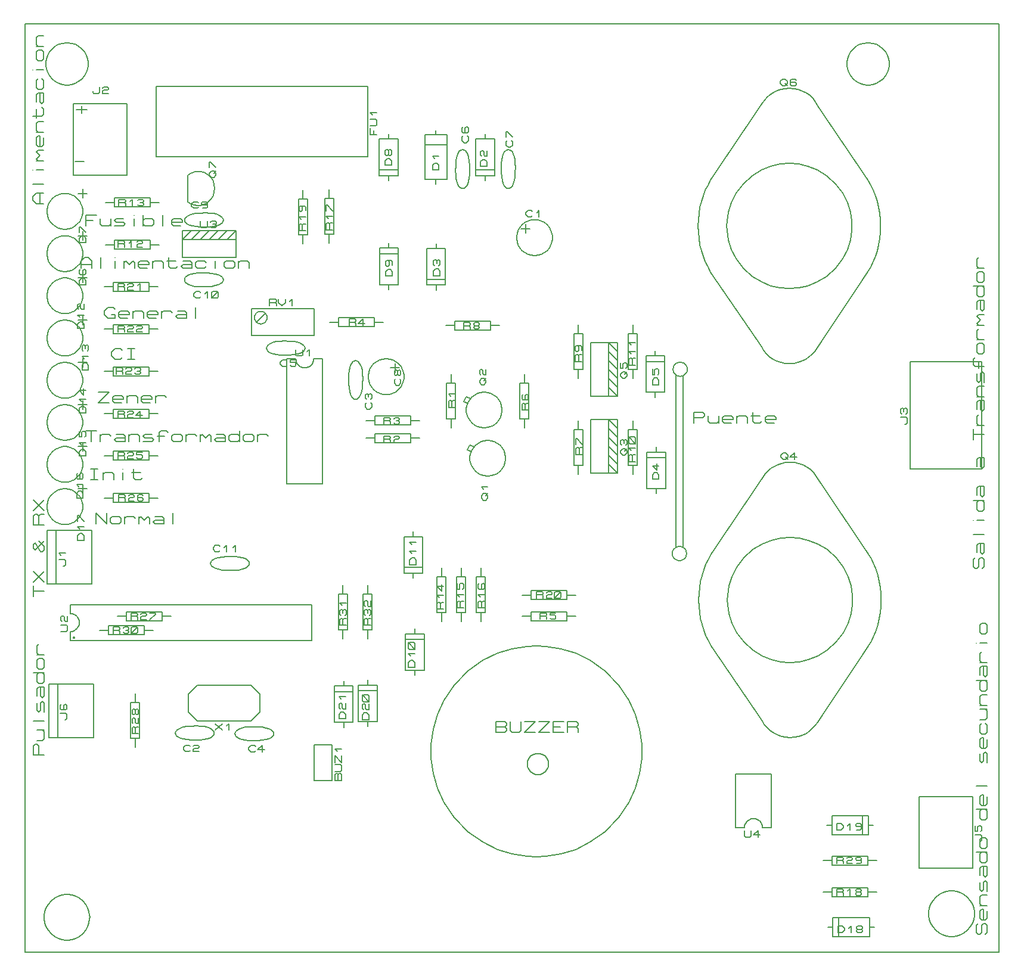
<source format=gbr>
G04 PROTEUS GERBER X2 FILE*
%TF.GenerationSoftware,Labcenter,Proteus,8.15-SP1-Build34318*%
%TF.CreationDate,2023-09-22T14:22:51+00:00*%
%TF.FileFunction,Legend,Top*%
%TF.FilePolarity,Positive*%
%TF.Part,Single*%
%TF.SameCoordinates,{a03bde03-d8f0-4a32-bc8c-763bbf401456}*%
%FSLAX45Y45*%
%MOMM*%
G01*
%TA.AperFunction,Profile*%
%ADD23C,0.203200*%
%TA.AperFunction,Material*%
%ADD24C,0.203200*%
%TA.AperFunction,NonMaterial*%
%ADD25C,0.203200*%
%TD.AperFunction*%
D23*
X-8214500Y-6651500D02*
X+5622000Y-6651500D01*
X+5622000Y+6540500D01*
X-8214500Y+6540500D01*
X-8214500Y-6651500D01*
D24*
X-7531000Y+5404000D02*
X-6769000Y+5404000D01*
X-6769000Y+4388000D02*
X-7531000Y+4388000D01*
X-7531000Y+5404000D02*
X-7531000Y+4388000D01*
X-6769000Y+5404000D02*
X-6769000Y+4388000D01*
X-7254140Y+5579260D02*
X-7254140Y+5564020D01*
X-7238265Y+5548780D01*
X-7174765Y+5548780D01*
X-7158890Y+5564020D01*
X-7158890Y+5640220D01*
X-7111265Y+5624980D02*
X-7095390Y+5640220D01*
X-7047765Y+5640220D01*
X-7031890Y+5624980D01*
X-7031890Y+5609740D01*
X-7047765Y+5594500D01*
X-7095390Y+5594500D01*
X-7111265Y+5579260D01*
X-7111265Y+5548780D01*
X-7031890Y+5548780D01*
D25*
X-7320000Y+5969000D02*
X-7320966Y+5993052D01*
X-7328807Y+6041158D01*
X-7345161Y+6089264D01*
X-7371703Y+6137370D01*
X-7412212Y+6185389D01*
X-7460318Y+6222972D01*
X-7508424Y+6247479D01*
X-7556530Y+6262209D01*
X-7604636Y+6268606D01*
X-7620000Y+6269000D01*
X-7920000Y+5969000D02*
X-7919034Y+5993052D01*
X-7911193Y+6041158D01*
X-7894839Y+6089264D01*
X-7868297Y+6137370D01*
X-7827788Y+6185389D01*
X-7779682Y+6222972D01*
X-7731576Y+6247479D01*
X-7683470Y+6262209D01*
X-7635364Y+6268606D01*
X-7620000Y+6269000D01*
X-7920000Y+5969000D02*
X-7919034Y+5944948D01*
X-7911193Y+5896842D01*
X-7894839Y+5848736D01*
X-7868297Y+5800630D01*
X-7827788Y+5752611D01*
X-7779682Y+5715028D01*
X-7731576Y+5690521D01*
X-7683470Y+5675791D01*
X-7635364Y+5669394D01*
X-7620000Y+5669000D01*
X-7320000Y+5969000D02*
X-7320966Y+5944948D01*
X-7328807Y+5896842D01*
X-7345161Y+5848736D01*
X-7371703Y+5800630D01*
X-7412212Y+5752611D01*
X-7460318Y+5715028D01*
X-7508424Y+5690521D01*
X-7556530Y+5675791D01*
X-7604636Y+5669394D01*
X-7620000Y+5669000D01*
X+4059526Y+5969000D02*
X+4058559Y+5993077D01*
X+4050710Y+6041233D01*
X+4034340Y+6089389D01*
X+4007773Y+6137545D01*
X+3967224Y+6185614D01*
X+3919068Y+6223240D01*
X+3870912Y+6247776D01*
X+3822756Y+6262524D01*
X+3774600Y+6268931D01*
X+3759200Y+6269326D01*
X+3458874Y+5969000D02*
X+3459841Y+5993077D01*
X+3467690Y+6041233D01*
X+3484060Y+6089389D01*
X+3510627Y+6137545D01*
X+3551176Y+6185614D01*
X+3599332Y+6223240D01*
X+3647488Y+6247776D01*
X+3695644Y+6262524D01*
X+3743800Y+6268931D01*
X+3759200Y+6269326D01*
X+3458874Y+5969000D02*
X+3459841Y+5944923D01*
X+3467690Y+5896767D01*
X+3484060Y+5848611D01*
X+3510627Y+5800455D01*
X+3551176Y+5752386D01*
X+3599332Y+5714760D01*
X+3647488Y+5690224D01*
X+3695644Y+5675476D01*
X+3743800Y+5669069D01*
X+3759200Y+5668674D01*
X+4059526Y+5969000D02*
X+4058559Y+5944923D01*
X+4050710Y+5896767D01*
X+4034340Y+5848611D01*
X+4007773Y+5800455D01*
X+3967224Y+5752386D01*
X+3919068Y+5714760D01*
X+3870912Y+5690224D01*
X+3822756Y+5675476D01*
X+3774600Y+5669069D01*
X+3759200Y+5668674D01*
X+5270742Y-6107000D02*
X+5269704Y-6081079D01*
X+5261281Y-6029236D01*
X+5243717Y-5977393D01*
X+5215229Y-5925550D01*
X+5171779Y-5873775D01*
X+5119936Y-5833009D01*
X+5068093Y-5806380D01*
X+5016250Y-5790301D01*
X+4964407Y-5783196D01*
X+4946440Y-5782698D01*
X+4622138Y-6107000D02*
X+4623176Y-6081079D01*
X+4631599Y-6029236D01*
X+4649163Y-5977393D01*
X+4677651Y-5925550D01*
X+4721101Y-5873775D01*
X+4772944Y-5833009D01*
X+4824787Y-5806380D01*
X+4876630Y-5790301D01*
X+4928473Y-5783196D01*
X+4946440Y-5782698D01*
X+4622138Y-6107000D02*
X+4623176Y-6132921D01*
X+4631599Y-6184764D01*
X+4649163Y-6236607D01*
X+4677651Y-6288450D01*
X+4721101Y-6340225D01*
X+4772944Y-6380991D01*
X+4824787Y-6407620D01*
X+4876630Y-6423699D01*
X+4928473Y-6430804D01*
X+4946440Y-6431302D01*
X+5270742Y-6107000D02*
X+5269704Y-6132921D01*
X+5261281Y-6184764D01*
X+5243717Y-6236607D01*
X+5215229Y-6288450D01*
X+5171779Y-6340225D01*
X+5119936Y-6380991D01*
X+5068093Y-6407620D01*
X+5016250Y-6423699D01*
X+4964407Y-6430804D01*
X+4946440Y-6431302D01*
X-7296000Y-6157000D02*
X-7297037Y-6131102D01*
X-7305454Y-6079305D01*
X-7323002Y-6027508D01*
X-7351466Y-5975711D01*
X-7394881Y-5923982D01*
X-7446678Y-5883257D01*
X-7498475Y-5856654D01*
X-7550272Y-5840592D01*
X-7602069Y-5833497D01*
X-7620000Y-5833000D01*
X-7944000Y-6157000D02*
X-7942963Y-6131102D01*
X-7934546Y-6079305D01*
X-7916998Y-6027508D01*
X-7888534Y-5975711D01*
X-7845119Y-5923982D01*
X-7793322Y-5883257D01*
X-7741525Y-5856654D01*
X-7689728Y-5840592D01*
X-7637931Y-5833497D01*
X-7620000Y-5833000D01*
X-7944000Y-6157000D02*
X-7942963Y-6182898D01*
X-7934546Y-6234695D01*
X-7916998Y-6286492D01*
X-7888534Y-6338289D01*
X-7845119Y-6390018D01*
X-7793322Y-6430743D01*
X-7741525Y-6457346D01*
X-7689728Y-6473408D01*
X-7637931Y-6480503D01*
X-7620000Y-6481000D01*
X-7296000Y-6157000D02*
X-7297037Y-6182898D01*
X-7305454Y-6234695D01*
X-7323002Y-6286492D01*
X-7351466Y-6338289D01*
X-7394881Y-6390018D01*
X-7446678Y-6430743D01*
X-7498475Y-6457346D01*
X-7550272Y-6473408D01*
X-7602069Y-6480503D01*
X-7620000Y-6481000D01*
X-7957300Y+3980700D02*
X-8058900Y+3980700D01*
X-8109700Y+4031500D01*
X-8109700Y+4082300D01*
X-8058900Y+4133100D01*
X-7957300Y+4133100D01*
X-8008100Y+3980700D02*
X-8008100Y+4133100D01*
X-8109700Y+4260100D02*
X-7957300Y+4260100D01*
X-8058900Y+4463300D02*
X-7957300Y+4463300D01*
X-8109700Y+4463300D02*
X-8109700Y+4463300D01*
X-7957300Y+4590300D02*
X-8058900Y+4590300D01*
X-8033500Y+4590300D02*
X-8058900Y+4615700D01*
X-8008100Y+4666500D01*
X-8058900Y+4717300D01*
X-8033500Y+4742700D01*
X-7957300Y+4742700D01*
X-8008100Y+4793500D02*
X-8008100Y+4945900D01*
X-8033500Y+4945900D01*
X-8058900Y+4920500D01*
X-8058900Y+4818900D01*
X-8033500Y+4793500D01*
X-7982700Y+4793500D01*
X-7957300Y+4818900D01*
X-7957300Y+4920500D01*
X-7957300Y+4996700D02*
X-8058900Y+4996700D01*
X-8033500Y+4996700D02*
X-8058900Y+5022100D01*
X-8058900Y+5123700D01*
X-8033500Y+5149100D01*
X-7957300Y+5149100D01*
X-8109700Y+5225300D02*
X-7982700Y+5225300D01*
X-7957300Y+5250700D01*
X-7957300Y+5326900D01*
X-7982700Y+5352300D01*
X-8058900Y+5199900D02*
X-8058900Y+5326900D01*
X-8058900Y+5428500D02*
X-8058900Y+5530100D01*
X-8033500Y+5555500D01*
X-7957300Y+5555500D01*
X-7957300Y+5428500D01*
X-7982700Y+5403100D01*
X-8008100Y+5428500D01*
X-8008100Y+5555500D01*
X-8033500Y+5758700D02*
X-8058900Y+5733300D01*
X-8058900Y+5631700D01*
X-8033500Y+5606300D01*
X-7982700Y+5606300D01*
X-7957300Y+5631700D01*
X-7957300Y+5733300D01*
X-7982700Y+5758700D01*
X-8058900Y+5885700D02*
X-7957300Y+5885700D01*
X-8109700Y+5885700D02*
X-8109700Y+5885700D01*
X-8033500Y+6012700D02*
X-8058900Y+6038100D01*
X-8058900Y+6139700D01*
X-8033500Y+6165100D01*
X-7982700Y+6165100D01*
X-7957300Y+6139700D01*
X-7957300Y+6038100D01*
X-7982700Y+6012700D01*
X-8033500Y+6012700D01*
X-7957300Y+6215900D02*
X-8058900Y+6215900D01*
X-8033500Y+6215900D02*
X-8058900Y+6241300D01*
X-8058900Y+6342900D01*
X-8033500Y+6368300D01*
X-7957300Y+6368300D01*
X-7487500Y+5316500D02*
X-7335100Y+5316500D01*
X-7411300Y+5367300D02*
X-7411300Y+5265700D01*
X-7503005Y+4585500D02*
X-7376005Y+4585500D01*
D24*
X-6350000Y+4650000D02*
X-6350000Y+5650000D01*
X-3350000Y+5650000D02*
X-3350000Y+4650000D01*
X-6350000Y+5650000D02*
X-3350000Y+5650000D01*
X-6350000Y+4650000D02*
X-3350000Y+4650000D01*
X-3217920Y+4959500D02*
X-3309360Y+4959500D01*
X-3309360Y+5054750D01*
X-3263640Y+4959500D02*
X-3263640Y+5023000D01*
X-3309360Y+5086500D02*
X-3233160Y+5086500D01*
X-3217920Y+5102375D01*
X-3217920Y+5165875D01*
X-3233160Y+5181750D01*
X-3309360Y+5181750D01*
X-3278880Y+5245250D02*
X-3309360Y+5277000D01*
X-3217920Y+5277000D01*
X-2538520Y+4324500D02*
X-2218480Y+4324500D01*
X-2218480Y+4959500D01*
X-2538520Y+4959500D01*
X-2538520Y+4324500D01*
X-2378500Y+4324500D02*
X-2378500Y+4261000D01*
X-2378500Y+4959500D02*
X-2378500Y+5023000D01*
X-2226100Y+4819800D02*
X-2530900Y+4819800D01*
X-2336400Y+4465000D02*
X-2427840Y+4465000D01*
X-2427840Y+4528500D01*
X-2397360Y+4560250D01*
X-2366880Y+4560250D01*
X-2336400Y+4528500D01*
X-2336400Y+4465000D01*
X-2397360Y+4623750D02*
X-2427840Y+4655500D01*
X-2336400Y+4655500D01*
X-2000000Y+4750000D02*
X-1979553Y+4745825D01*
X-1960644Y+4733008D01*
X-1943640Y+4711108D01*
X-1928906Y+4679688D01*
X-1916809Y+4638306D01*
X-1907715Y+4586523D01*
X-1901990Y+4523901D01*
X-1900000Y+4450000D01*
X-2000000Y+4750000D02*
X-2020447Y+4745825D01*
X-2039356Y+4733008D01*
X-2056360Y+4711108D01*
X-2071094Y+4679688D01*
X-2083191Y+4638306D01*
X-2092285Y+4586523D01*
X-2098010Y+4523901D01*
X-2100000Y+4450000D01*
X-2000000Y+4200000D02*
X-1979553Y+4204077D01*
X-1960644Y+4216211D01*
X-1943640Y+4236255D01*
X-1928906Y+4264062D01*
X-1916809Y+4299487D01*
X-1907715Y+4342383D01*
X-1901990Y+4392603D01*
X-1900000Y+4450000D01*
X-2000000Y+4200000D02*
X-2020447Y+4204077D01*
X-2039356Y+4216211D01*
X-2056360Y+4236255D01*
X-2071094Y+4264062D01*
X-2083191Y+4299487D01*
X-2092285Y+4342383D01*
X-2098010Y+4392603D01*
X-2100000Y+4450000D01*
X-1933160Y+4943250D02*
X-1917920Y+4927375D01*
X-1917920Y+4879750D01*
X-1948400Y+4848000D01*
X-1978880Y+4848000D01*
X-2009360Y+4879750D01*
X-2009360Y+4927375D01*
X-1994120Y+4943250D01*
X-1994120Y+5070250D02*
X-2009360Y+5054375D01*
X-2009360Y+5006750D01*
X-1994120Y+4990875D01*
X-1933160Y+4990875D01*
X-1917920Y+5006750D01*
X-1917920Y+5054375D01*
X-1933160Y+5070250D01*
X-1948400Y+5070250D01*
X-1963640Y+5054375D01*
X-1963640Y+4990875D01*
X-1813120Y+4382920D02*
X-1546420Y+4382920D01*
X-1546420Y+4901080D01*
X-1813120Y+4901080D01*
X-1813120Y+4382920D01*
X-1810580Y+4464200D02*
X-1548960Y+4464200D01*
X-1678500Y+4311800D02*
X-1678500Y+4382920D01*
X-1678500Y+4901080D02*
X-1678500Y+4972200D01*
X-1653760Y+4515000D02*
X-1745200Y+4515000D01*
X-1745200Y+4578500D01*
X-1714720Y+4610250D01*
X-1684240Y+4610250D01*
X-1653760Y+4578500D01*
X-1653760Y+4515000D01*
X-1729960Y+4657875D02*
X-1745200Y+4673750D01*
X-1745200Y+4721375D01*
X-1729960Y+4737250D01*
X-1714720Y+4737250D01*
X-1699480Y+4721375D01*
X-1699480Y+4673750D01*
X-1684240Y+4657875D01*
X-1653760Y+4657875D01*
X-1653760Y+4737250D01*
X-7396000Y+3273000D02*
X-7396827Y+3293483D01*
X-7403545Y+3334450D01*
X-7417563Y+3375417D01*
X-7440341Y+3416384D01*
X-7475141Y+3457229D01*
X-7516108Y+3488845D01*
X-7557075Y+3509392D01*
X-7598042Y+3521629D01*
X-7639009Y+3526762D01*
X-7650000Y+3527000D01*
X-7904000Y+3273000D02*
X-7903173Y+3293483D01*
X-7896455Y+3334450D01*
X-7882437Y+3375417D01*
X-7859659Y+3416384D01*
X-7824859Y+3457229D01*
X-7783892Y+3488845D01*
X-7742925Y+3509392D01*
X-7701958Y+3521629D01*
X-7660991Y+3526762D01*
X-7650000Y+3527000D01*
X-7904000Y+3273000D02*
X-7903173Y+3252517D01*
X-7896455Y+3211550D01*
X-7882437Y+3170583D01*
X-7859659Y+3129616D01*
X-7824859Y+3088771D01*
X-7783892Y+3057155D01*
X-7742925Y+3036608D01*
X-7701958Y+3024371D01*
X-7660991Y+3019238D01*
X-7650000Y+3019000D01*
X-7396000Y+3273000D02*
X-7396827Y+3252517D01*
X-7403545Y+3211550D01*
X-7417563Y+3170583D01*
X-7440341Y+3129616D01*
X-7475141Y+3088771D01*
X-7516108Y+3057155D01*
X-7557075Y+3036608D01*
X-7598042Y+3024371D01*
X-7639009Y+3019238D01*
X-7650000Y+3019000D01*
X-7396000Y+3590500D02*
X-7396000Y+3463500D01*
X-7332500Y+3527000D02*
X-7459500Y+3527000D01*
X-7350420Y+2827750D02*
X-7441860Y+2827750D01*
X-7441860Y+2891250D01*
X-7411380Y+2923000D01*
X-7380900Y+2923000D01*
X-7350420Y+2891250D01*
X-7350420Y+2827750D01*
X-7426620Y+3050000D02*
X-7441860Y+3034125D01*
X-7441860Y+2986500D01*
X-7426620Y+2970625D01*
X-7365660Y+2970625D01*
X-7350420Y+2986500D01*
X-7350420Y+3034125D01*
X-7365660Y+3050000D01*
X-7380900Y+3050000D01*
X-7396140Y+3034125D01*
X-7396140Y+2970625D01*
X-7073000Y+3400000D02*
X-6946000Y+3400000D01*
X-6946000Y+3336500D02*
X-6438000Y+3336500D01*
X-6438000Y+3463500D01*
X-6946000Y+3463500D01*
X-6946000Y+3336500D01*
X-6438000Y+3400000D02*
X-6311000Y+3400000D01*
X-6895200Y+3364440D02*
X-6895200Y+3455880D01*
X-6815825Y+3455880D01*
X-6799950Y+3440640D01*
X-6799950Y+3425400D01*
X-6815825Y+3410160D01*
X-6895200Y+3410160D01*
X-6815825Y+3410160D02*
X-6799950Y+3394920D01*
X-6799950Y+3364440D01*
X-6736450Y+3425400D02*
X-6704700Y+3455880D01*
X-6704700Y+3364440D01*
X-6625325Y+3440640D02*
X-6609450Y+3455880D01*
X-6561825Y+3455880D01*
X-6545950Y+3440640D01*
X-6545950Y+3425400D01*
X-6561825Y+3410160D01*
X-6609450Y+3410160D01*
X-6625325Y+3394920D01*
X-6625325Y+3364440D01*
X-6545950Y+3364440D01*
X-7396000Y+3873000D02*
X-7396827Y+3893483D01*
X-7403545Y+3934450D01*
X-7417563Y+3975417D01*
X-7440341Y+4016384D01*
X-7475141Y+4057229D01*
X-7516108Y+4088845D01*
X-7557075Y+4109392D01*
X-7598042Y+4121629D01*
X-7639009Y+4126762D01*
X-7650000Y+4127000D01*
X-7904000Y+3873000D02*
X-7903173Y+3893483D01*
X-7896455Y+3934450D01*
X-7882437Y+3975417D01*
X-7859659Y+4016384D01*
X-7824859Y+4057229D01*
X-7783892Y+4088845D01*
X-7742925Y+4109392D01*
X-7701958Y+4121629D01*
X-7660991Y+4126762D01*
X-7650000Y+4127000D01*
X-7904000Y+3873000D02*
X-7903173Y+3852517D01*
X-7896455Y+3811550D01*
X-7882437Y+3770583D01*
X-7859659Y+3729616D01*
X-7824859Y+3688771D01*
X-7783892Y+3657155D01*
X-7742925Y+3636608D01*
X-7701958Y+3624371D01*
X-7660991Y+3619238D01*
X-7650000Y+3619000D01*
X-7396000Y+3873000D02*
X-7396827Y+3852517D01*
X-7403545Y+3811550D01*
X-7417563Y+3770583D01*
X-7440341Y+3729616D01*
X-7475141Y+3688771D01*
X-7516108Y+3657155D01*
X-7557075Y+3636608D01*
X-7598042Y+3624371D01*
X-7639009Y+3619238D01*
X-7650000Y+3619000D01*
X-7396000Y+4190500D02*
X-7396000Y+4063500D01*
X-7332500Y+4127000D02*
X-7459500Y+4127000D01*
X-7350420Y+3427750D02*
X-7441860Y+3427750D01*
X-7441860Y+3491250D01*
X-7411380Y+3523000D01*
X-7380900Y+3523000D01*
X-7350420Y+3491250D01*
X-7350420Y+3427750D01*
X-7441860Y+3570625D02*
X-7441860Y+3650000D01*
X-7426620Y+3650000D01*
X-7350420Y+3570625D01*
X-7073000Y+4000000D02*
X-6946000Y+4000000D01*
X-6946000Y+3936500D02*
X-6438000Y+3936500D01*
X-6438000Y+4063500D01*
X-6946000Y+4063500D01*
X-6946000Y+3936500D01*
X-6438000Y+4000000D02*
X-6311000Y+4000000D01*
X-6882500Y+3951740D02*
X-6882500Y+4043180D01*
X-6803125Y+4043180D01*
X-6787250Y+4027940D01*
X-6787250Y+4012700D01*
X-6803125Y+3997460D01*
X-6882500Y+3997460D01*
X-6803125Y+3997460D02*
X-6787250Y+3982220D01*
X-6787250Y+3951740D01*
X-6723750Y+4012700D02*
X-6692000Y+4043180D01*
X-6692000Y+3951740D01*
X-6612625Y+4027940D02*
X-6596750Y+4043180D01*
X-6549125Y+4043180D01*
X-6533250Y+4027940D01*
X-6533250Y+4012700D01*
X-6549125Y+3997460D01*
X-6533250Y+3982220D01*
X-6533250Y+3966980D01*
X-6549125Y+3951740D01*
X-6596750Y+3951740D01*
X-6612625Y+3966980D01*
X-6580875Y+3997460D02*
X-6549125Y+3997460D01*
X-1350000Y+4200000D02*
X-1370447Y+4204175D01*
X-1389356Y+4216992D01*
X-1406360Y+4238892D01*
X-1421094Y+4270312D01*
X-1433191Y+4311694D01*
X-1442285Y+4363477D01*
X-1448010Y+4426099D01*
X-1450000Y+4500000D01*
X-1350000Y+4200000D02*
X-1329553Y+4204175D01*
X-1310644Y+4216992D01*
X-1293640Y+4238892D01*
X-1278906Y+4270312D01*
X-1266809Y+4311694D01*
X-1257715Y+4363477D01*
X-1251990Y+4426099D01*
X-1250000Y+4500000D01*
X-1350000Y+4750000D02*
X-1370447Y+4745923D01*
X-1389356Y+4733789D01*
X-1406360Y+4713745D01*
X-1421094Y+4685938D01*
X-1433191Y+4650513D01*
X-1442285Y+4607617D01*
X-1448010Y+4557397D01*
X-1450000Y+4500000D01*
X-1350000Y+4750000D02*
X-1329553Y+4745923D01*
X-1310644Y+4733789D01*
X-1293640Y+4713745D01*
X-1278906Y+4685938D01*
X-1266809Y+4650513D01*
X-1257715Y+4607617D01*
X-1251990Y+4557397D01*
X-1250000Y+4500000D01*
X-1304280Y+4877850D02*
X-1289040Y+4861975D01*
X-1289040Y+4814350D01*
X-1319520Y+4782600D01*
X-1350000Y+4782600D01*
X-1380480Y+4814350D01*
X-1380480Y+4861975D01*
X-1365240Y+4877850D01*
X-1380480Y+4925475D02*
X-1380480Y+5004850D01*
X-1365240Y+5004850D01*
X-1289040Y+4925475D01*
X-723000Y+3500000D02*
X-723827Y+3520483D01*
X-730545Y+3561450D01*
X-744563Y+3602417D01*
X-767341Y+3643384D01*
X-802141Y+3684229D01*
X-843108Y+3715845D01*
X-884075Y+3736392D01*
X-925042Y+3748629D01*
X-966009Y+3753762D01*
X-977000Y+3754000D01*
X-1231000Y+3500000D02*
X-1230173Y+3520483D01*
X-1223455Y+3561450D01*
X-1209437Y+3602417D01*
X-1186659Y+3643384D01*
X-1151859Y+3684229D01*
X-1110892Y+3715845D01*
X-1069925Y+3736392D01*
X-1028958Y+3748629D01*
X-987991Y+3753762D01*
X-977000Y+3754000D01*
X-1231000Y+3500000D02*
X-1230173Y+3479517D01*
X-1223455Y+3438550D01*
X-1209437Y+3397583D01*
X-1186659Y+3356616D01*
X-1151859Y+3315771D01*
X-1110892Y+3284155D01*
X-1069925Y+3263608D01*
X-1028958Y+3251371D01*
X-987991Y+3246238D01*
X-977000Y+3246000D01*
X-723000Y+3500000D02*
X-723827Y+3479517D01*
X-730545Y+3438550D01*
X-744563Y+3397583D01*
X-767341Y+3356616D01*
X-802141Y+3315771D01*
X-843108Y+3284155D01*
X-884075Y+3263608D01*
X-925042Y+3251371D01*
X-966009Y+3246238D01*
X-977000Y+3246000D01*
X-1167500Y+3627000D02*
X-1040500Y+3627000D01*
X-1104000Y+3690500D02*
X-1104000Y+3563500D01*
X-1008750Y+3809880D02*
X-1024625Y+3794640D01*
X-1072250Y+3794640D01*
X-1104000Y+3825120D01*
X-1104000Y+3855600D01*
X-1072250Y+3886080D01*
X-1024625Y+3886080D01*
X-1008750Y+3870840D01*
X-945250Y+3855600D02*
X-913500Y+3886080D01*
X-913500Y+3794640D01*
X-2239000Y+2250000D02*
X-2112000Y+2250000D01*
X-2112000Y+2186500D02*
X-1604000Y+2186500D01*
X-1604000Y+2313500D01*
X-2112000Y+2313500D01*
X-2112000Y+2186500D01*
X-1604000Y+2250000D02*
X-1477000Y+2250000D01*
X-1985000Y+2201740D02*
X-1985000Y+2293180D01*
X-1905625Y+2293180D01*
X-1889750Y+2277940D01*
X-1889750Y+2262700D01*
X-1905625Y+2247460D01*
X-1985000Y+2247460D01*
X-1905625Y+2247460D02*
X-1889750Y+2232220D01*
X-1889750Y+2201740D01*
X-1826250Y+2247460D02*
X-1842125Y+2262700D01*
X-1842125Y+2277940D01*
X-1826250Y+2293180D01*
X-1778625Y+2293180D01*
X-1762750Y+2277940D01*
X-1762750Y+2262700D01*
X-1778625Y+2247460D01*
X-1826250Y+2247460D01*
X-1842125Y+2232220D01*
X-1842125Y+2216980D01*
X-1826250Y+2201740D01*
X-1778625Y+2201740D01*
X-1762750Y+2216980D01*
X-1762750Y+2232220D01*
X-1778625Y+2247460D01*
X-2509520Y+2827020D02*
X-2242820Y+2827020D01*
X-2242820Y+3345180D01*
X-2509520Y+3345180D01*
X-2509520Y+2827020D01*
X-2506980Y+2908300D02*
X-2245360Y+2908300D01*
X-2374900Y+2755900D02*
X-2374900Y+2827020D01*
X-2374900Y+3345180D02*
X-2374900Y+3416300D01*
X-2321560Y+2959100D02*
X-2413000Y+2959100D01*
X-2413000Y+3022600D01*
X-2382520Y+3054350D01*
X-2352040Y+3054350D01*
X-2321560Y+3022600D01*
X-2321560Y+2959100D01*
X-2397760Y+3101975D02*
X-2413000Y+3117850D01*
X-2413000Y+3165475D01*
X-2397760Y+3181350D01*
X-2382520Y+3181350D01*
X-2367280Y+3165475D01*
X-2352040Y+3181350D01*
X-2336800Y+3181350D01*
X-2321560Y+3165475D01*
X-2321560Y+3117850D01*
X-2336800Y+3101975D01*
X-2367280Y+3133725D02*
X-2367280Y+3165475D01*
X-3184620Y+4382920D02*
X-2917920Y+4382920D01*
X-2917920Y+4901080D01*
X-3184620Y+4901080D01*
X-3184620Y+4382920D01*
X-3182080Y+4464200D02*
X-2920460Y+4464200D01*
X-3050000Y+4311800D02*
X-3050000Y+4382920D01*
X-3050000Y+4901080D02*
X-3050000Y+4972200D01*
X-3009360Y+4527700D02*
X-3100800Y+4527700D01*
X-3100800Y+4591200D01*
X-3070320Y+4622950D01*
X-3039840Y+4622950D01*
X-3009360Y+4591200D01*
X-3009360Y+4527700D01*
X-3055080Y+4686450D02*
X-3070320Y+4670575D01*
X-3085560Y+4670575D01*
X-3100800Y+4686450D01*
X-3100800Y+4734075D01*
X-3085560Y+4749950D01*
X-3070320Y+4749950D01*
X-3055080Y+4734075D01*
X-3055080Y+4686450D01*
X-3039840Y+4670575D01*
X-3024600Y+4670575D01*
X-3009360Y+4686450D01*
X-3009360Y+4734075D01*
X-3024600Y+4749950D01*
X-3039840Y+4749950D01*
X-3055080Y+4734075D01*
X-3894500Y+3421100D02*
X-3894500Y+3548100D01*
X-3958000Y+3548100D02*
X-3831000Y+3548100D01*
X-3831000Y+4056100D01*
X-3958000Y+4056100D01*
X-3958000Y+3548100D01*
X-3894500Y+4056100D02*
X-3894500Y+4183100D01*
X-3846240Y+3611600D02*
X-3937680Y+3611600D01*
X-3937680Y+3690975D01*
X-3922440Y+3706850D01*
X-3907200Y+3706850D01*
X-3891960Y+3690975D01*
X-3891960Y+3611600D01*
X-3891960Y+3690975D02*
X-3876720Y+3706850D01*
X-3846240Y+3706850D01*
X-3907200Y+3770350D02*
X-3937680Y+3802100D01*
X-3846240Y+3802100D01*
X-3937680Y+3881475D02*
X-3937680Y+3960850D01*
X-3922440Y+3960850D01*
X-3846240Y+3881475D01*
X-5904000Y+4390500D02*
X-5904000Y+4009500D01*
X-5777000Y+4441300D02*
X-5800688Y+4439117D01*
X-5823633Y+4433362D01*
X-5864312Y+4415900D01*
X-5904000Y+4390500D01*
X-5777000Y+4441300D02*
X-5725065Y+4440438D01*
X-5677037Y+4429046D01*
X-5633846Y+4408204D01*
X-5596422Y+4378991D01*
X-5565695Y+4342484D01*
X-5542596Y+4299764D01*
X-5528054Y+4251910D01*
X-5523000Y+4200000D01*
X-5777000Y+3958700D02*
X-5800688Y+3960883D01*
X-5823633Y+3966638D01*
X-5864312Y+3984100D01*
X-5904000Y+4009500D01*
X-5777000Y+3958700D02*
X-5725065Y+3959562D01*
X-5677037Y+3970954D01*
X-5633846Y+3991796D01*
X-5596422Y+4021009D01*
X-5565695Y+4057516D01*
X-5542596Y+4100236D01*
X-5528054Y+4148090D01*
X-5523000Y+4200000D01*
X-5566180Y+4352400D02*
X-5596660Y+4384150D01*
X-5596660Y+4415900D01*
X-5566180Y+4447650D01*
X-5535700Y+4447650D01*
X-5505220Y+4415900D01*
X-5505220Y+4384150D01*
X-5535700Y+4352400D01*
X-5566180Y+4352400D01*
X-5535700Y+4415900D02*
X-5505220Y+4447650D01*
X-5596660Y+4495275D02*
X-5596660Y+4574650D01*
X-5581420Y+4574650D01*
X-5505220Y+4495275D01*
X-4266000Y+3411000D02*
X-4266000Y+3538000D01*
X-4329500Y+3538000D02*
X-4202500Y+3538000D01*
X-4202500Y+4046000D01*
X-4329500Y+4046000D01*
X-4329500Y+3538000D01*
X-4266000Y+4046000D02*
X-4266000Y+4173000D01*
X-4230440Y+3601500D02*
X-4321880Y+3601500D01*
X-4321880Y+3680875D01*
X-4306640Y+3696750D01*
X-4291400Y+3696750D01*
X-4276160Y+3680875D01*
X-4276160Y+3601500D01*
X-4276160Y+3680875D02*
X-4260920Y+3696750D01*
X-4230440Y+3696750D01*
X-4291400Y+3760250D02*
X-4321880Y+3792000D01*
X-4230440Y+3792000D01*
X-4291400Y+3950750D02*
X-4276160Y+3934875D01*
X-4276160Y+3887250D01*
X-4291400Y+3871375D01*
X-4306640Y+3871375D01*
X-4321880Y+3887250D01*
X-4321880Y+3934875D01*
X-4306640Y+3950750D01*
X-4245680Y+3950750D01*
X-4230440Y+3934875D01*
X-4230440Y+3887250D01*
X-3182080Y+2832920D02*
X-2915380Y+2832920D01*
X-2915380Y+3351080D01*
X-3182080Y+3351080D01*
X-3182080Y+2832920D01*
X-2917920Y+3269800D02*
X-3179540Y+3269800D01*
X-3050000Y+3422200D02*
X-3050000Y+3351080D01*
X-3050000Y+2832920D02*
X-3050000Y+2761800D01*
X-2999200Y+2952300D02*
X-3090640Y+2952300D01*
X-3090640Y+3015800D01*
X-3060160Y+3047550D01*
X-3029680Y+3047550D01*
X-2999200Y+3015800D01*
X-2999200Y+2952300D01*
X-3060160Y+3174550D02*
X-3044920Y+3158675D01*
X-3044920Y+3111050D01*
X-3060160Y+3095175D01*
X-3075400Y+3095175D01*
X-3090640Y+3111050D01*
X-3090640Y+3158675D01*
X-3075400Y+3174550D01*
X-3014440Y+3174550D01*
X-2999200Y+3158675D01*
X-2999200Y+3111050D01*
X-2832100Y+1524000D02*
X-2832927Y+1544483D01*
X-2839645Y+1585450D01*
X-2853663Y+1626417D01*
X-2876441Y+1667384D01*
X-2911241Y+1708229D01*
X-2952208Y+1739845D01*
X-2993175Y+1760392D01*
X-3034142Y+1772629D01*
X-3075109Y+1777762D01*
X-3086100Y+1778000D01*
X-3340100Y+1524000D02*
X-3339273Y+1544483D01*
X-3332555Y+1585450D01*
X-3318537Y+1626417D01*
X-3295759Y+1667384D01*
X-3260959Y+1708229D01*
X-3219992Y+1739845D01*
X-3179025Y+1760392D01*
X-3138058Y+1772629D01*
X-3097091Y+1777762D01*
X-3086100Y+1778000D01*
X-3340100Y+1524000D02*
X-3339273Y+1503517D01*
X-3332555Y+1462550D01*
X-3318537Y+1421583D01*
X-3295759Y+1380616D01*
X-3260959Y+1339771D01*
X-3219992Y+1308155D01*
X-3179025Y+1287608D01*
X-3138058Y+1275371D01*
X-3097091Y+1270238D01*
X-3086100Y+1270000D01*
X-2832100Y+1524000D02*
X-2832927Y+1503517D01*
X-2839645Y+1462550D01*
X-2853663Y+1421583D01*
X-2876441Y+1380616D01*
X-2911241Y+1339771D01*
X-2952208Y+1308155D01*
X-2993175Y+1287608D01*
X-3034142Y+1275371D01*
X-3075109Y+1270238D01*
X-3086100Y+1270000D01*
X-2959100Y+1714500D02*
X-2959100Y+1587500D01*
X-2895600Y+1651000D02*
X-3022600Y+1651000D01*
X-2893060Y+1492250D02*
X-2877820Y+1476375D01*
X-2877820Y+1428750D01*
X-2908300Y+1397000D01*
X-2938780Y+1397000D01*
X-2969260Y+1428750D01*
X-2969260Y+1476375D01*
X-2954020Y+1492250D01*
X-2923540Y+1555750D02*
X-2938780Y+1539875D01*
X-2954020Y+1539875D01*
X-2969260Y+1555750D01*
X-2969260Y+1603375D01*
X-2954020Y+1619250D01*
X-2938780Y+1619250D01*
X-2923540Y+1603375D01*
X-2923540Y+1555750D01*
X-2908300Y+1539875D01*
X-2893060Y+1539875D01*
X-2877820Y+1555750D01*
X-2877820Y+1603375D01*
X-2893060Y+1619250D01*
X-2908300Y+1619250D01*
X-2923540Y+1603375D01*
X-3517900Y+1201000D02*
X-3538347Y+1205175D01*
X-3557256Y+1217992D01*
X-3574260Y+1239892D01*
X-3588994Y+1271312D01*
X-3601091Y+1312694D01*
X-3610185Y+1364477D01*
X-3615910Y+1427099D01*
X-3617900Y+1501000D01*
X-3517900Y+1201000D02*
X-3497453Y+1205175D01*
X-3478544Y+1217992D01*
X-3461540Y+1239892D01*
X-3446806Y+1271312D01*
X-3434709Y+1312694D01*
X-3425615Y+1364477D01*
X-3419890Y+1427099D01*
X-3417900Y+1501000D01*
X-3517900Y+1751000D02*
X-3538347Y+1746923D01*
X-3557256Y+1734789D01*
X-3574260Y+1714745D01*
X-3588994Y+1686938D01*
X-3601091Y+1651513D01*
X-3610185Y+1608617D01*
X-3615910Y+1558397D01*
X-3617900Y+1501000D01*
X-3517900Y+1751000D02*
X-3497453Y+1746923D01*
X-3478544Y+1734789D01*
X-3461540Y+1714745D01*
X-3446806Y+1686938D01*
X-3434709Y+1651513D01*
X-3425615Y+1608617D01*
X-3419890Y+1558397D01*
X-3417900Y+1501000D01*
X-3307080Y+1154950D02*
X-3291840Y+1139075D01*
X-3291840Y+1091450D01*
X-3322320Y+1059700D01*
X-3352800Y+1059700D01*
X-3383280Y+1091450D01*
X-3383280Y+1139075D01*
X-3368040Y+1154950D01*
X-3368040Y+1202575D02*
X-3383280Y+1218450D01*
X-3383280Y+1266075D01*
X-3368040Y+1281950D01*
X-3352800Y+1281950D01*
X-3337560Y+1266075D01*
X-3322320Y+1281950D01*
X-3307080Y+1281950D01*
X-3291840Y+1266075D01*
X-3291840Y+1218450D01*
X-3307080Y+1202575D01*
X-3337560Y+1234325D02*
X-3337560Y+1266075D01*
X-4114800Y+1778000D02*
X-3987800Y+1778000D01*
X-4495800Y+1778000D02*
X-4368800Y+1778000D01*
X-4241800Y+1651000D02*
X-4215924Y+1653436D01*
X-4191952Y+1660485D01*
X-4170362Y+1671762D01*
X-4151630Y+1686878D01*
X-4136231Y+1705446D01*
X-4124642Y+1727081D01*
X-4117340Y+1751394D01*
X-4114800Y+1778000D01*
X-4241800Y+1651000D02*
X-4268406Y+1653436D01*
X-4292719Y+1660485D01*
X-4314354Y+1671762D01*
X-4332922Y+1686878D01*
X-4348038Y+1705446D01*
X-4359315Y+1727081D01*
X-4366364Y+1751394D01*
X-4368800Y+1778000D01*
X-4495800Y+1778000D02*
X-4495800Y+0D01*
X-3987800Y+0D01*
X-3987800Y+1778000D01*
X-4368800Y+1910080D02*
X-4368800Y+1833880D01*
X-4352925Y+1818640D01*
X-4289425Y+1818640D01*
X-4273550Y+1833880D01*
X-4273550Y+1910080D01*
X-4210050Y+1879600D02*
X-4178300Y+1910080D01*
X-4178300Y+1818640D01*
X-3373000Y+650000D02*
X-3246000Y+650000D01*
X-3246000Y+586500D02*
X-2738000Y+586500D01*
X-2738000Y+713500D01*
X-3246000Y+713500D01*
X-3246000Y+586500D01*
X-2738000Y+650000D02*
X-2611000Y+650000D01*
X-3119000Y+589040D02*
X-3119000Y+680480D01*
X-3039625Y+680480D01*
X-3023750Y+665240D01*
X-3023750Y+650000D01*
X-3039625Y+634760D01*
X-3119000Y+634760D01*
X-3039625Y+634760D02*
X-3023750Y+619520D01*
X-3023750Y+589040D01*
X-2976125Y+665240D02*
X-2960250Y+680480D01*
X-2912625Y+680480D01*
X-2896750Y+665240D01*
X-2896750Y+650000D01*
X-2912625Y+634760D01*
X-2960250Y+634760D01*
X-2976125Y+619520D01*
X-2976125Y+589040D01*
X-2896750Y+589040D01*
X-1388400Y+364400D02*
X-1389227Y+384883D01*
X-1395945Y+425850D01*
X-1409963Y+466817D01*
X-1432741Y+507784D01*
X-1467541Y+548629D01*
X-1508508Y+580245D01*
X-1549475Y+600792D01*
X-1590442Y+613029D01*
X-1631409Y+618162D01*
X-1642400Y+618400D01*
X-1896400Y+364400D02*
X-1895573Y+384883D01*
X-1888855Y+425850D01*
X-1874837Y+466817D01*
X-1852059Y+507784D01*
X-1817259Y+548629D01*
X-1776292Y+580245D01*
X-1735325Y+600792D01*
X-1694358Y+613029D01*
X-1653391Y+618162D01*
X-1642400Y+618400D01*
X-1896400Y+364400D02*
X-1895573Y+343917D01*
X-1888855Y+302950D01*
X-1874837Y+261983D01*
X-1852059Y+221016D01*
X-1817259Y+180171D01*
X-1776292Y+148555D01*
X-1735325Y+128008D01*
X-1694358Y+115771D01*
X-1653391Y+110638D01*
X-1642400Y+110400D01*
X-1388400Y+364400D02*
X-1389227Y+343917D01*
X-1395945Y+302950D01*
X-1409963Y+261983D01*
X-1432741Y+221016D01*
X-1467541Y+180171D01*
X-1508508Y+148555D01*
X-1549475Y+128008D01*
X-1590442Y+115771D01*
X-1631409Y+110638D01*
X-1642400Y+110400D01*
X-1871900Y+457300D02*
X-1930800Y+480100D01*
X-1900800Y+553400D01*
X-1897700Y+554500D02*
X-1833600Y+526600D01*
X-1702200Y-232500D02*
X-1732680Y-200750D01*
X-1732680Y-169000D01*
X-1702200Y-137250D01*
X-1671720Y-137250D01*
X-1641240Y-169000D01*
X-1641240Y-200750D01*
X-1671720Y-232500D01*
X-1702200Y-232500D01*
X-1671720Y-169000D02*
X-1641240Y-137250D01*
X-1702200Y-73750D02*
X-1732680Y-42000D01*
X-1641240Y-42000D01*
X-1121700Y+1558200D02*
X-1121700Y+1431200D01*
X-1185200Y+923200D02*
X-1058200Y+923200D01*
X-1058200Y+1431200D01*
X-1185200Y+1431200D01*
X-1185200Y+923200D01*
X-1121700Y+923200D02*
X-1121700Y+796200D01*
X-1065820Y+1050200D02*
X-1157260Y+1050200D01*
X-1157260Y+1129575D01*
X-1142020Y+1145450D01*
X-1126780Y+1145450D01*
X-1111540Y+1129575D01*
X-1111540Y+1050200D01*
X-1111540Y+1129575D02*
X-1096300Y+1145450D01*
X-1065820Y+1145450D01*
X-1142020Y+1272450D02*
X-1157260Y+1256575D01*
X-1157260Y+1208950D01*
X-1142020Y+1193075D01*
X-1081060Y+1193075D01*
X-1065820Y+1208950D01*
X-1065820Y+1256575D01*
X-1081060Y+1272450D01*
X-1096300Y+1272450D01*
X-1111540Y+1256575D01*
X-1111540Y+1193075D01*
X-3373000Y+900000D02*
X-3246000Y+900000D01*
X-3246000Y+836500D02*
X-2738000Y+836500D01*
X-2738000Y+963500D01*
X-3246000Y+963500D01*
X-3246000Y+836500D01*
X-2738000Y+900000D02*
X-2611000Y+900000D01*
X-3119000Y+851740D02*
X-3119000Y+943180D01*
X-3039625Y+943180D01*
X-3023750Y+927940D01*
X-3023750Y+912700D01*
X-3039625Y+897460D01*
X-3119000Y+897460D01*
X-3039625Y+897460D02*
X-3023750Y+882220D01*
X-3023750Y+851740D01*
X-2976125Y+927940D02*
X-2960250Y+943180D01*
X-2912625Y+943180D01*
X-2896750Y+927940D01*
X-2896750Y+912700D01*
X-2912625Y+897460D01*
X-2896750Y+882220D01*
X-2896750Y+866980D01*
X-2912625Y+851740D01*
X-2960250Y+851740D01*
X-2976125Y+866980D01*
X-2944375Y+897460D02*
X-2912625Y+897460D01*
X-1439200Y+1050200D02*
X-1440027Y+1070683D01*
X-1446745Y+1111650D01*
X-1460763Y+1152617D01*
X-1483541Y+1193584D01*
X-1518341Y+1234429D01*
X-1559308Y+1266045D01*
X-1600275Y+1286592D01*
X-1641242Y+1298829D01*
X-1682209Y+1303962D01*
X-1693200Y+1304200D01*
X-1947200Y+1050200D02*
X-1946373Y+1070683D01*
X-1939655Y+1111650D01*
X-1925637Y+1152617D01*
X-1902859Y+1193584D01*
X-1868059Y+1234429D01*
X-1827092Y+1266045D01*
X-1786125Y+1286592D01*
X-1745158Y+1298829D01*
X-1704191Y+1303962D01*
X-1693200Y+1304200D01*
X-1947200Y+1050200D02*
X-1946373Y+1029717D01*
X-1939655Y+988750D01*
X-1925637Y+947783D01*
X-1902859Y+906816D01*
X-1868059Y+865971D01*
X-1827092Y+834355D01*
X-1786125Y+813808D01*
X-1745158Y+801571D01*
X-1704191Y+796438D01*
X-1693200Y+796200D01*
X-1439200Y+1050200D02*
X-1440027Y+1029717D01*
X-1446745Y+988750D01*
X-1460763Y+947783D01*
X-1483541Y+906816D01*
X-1518341Y+865971D01*
X-1559308Y+834355D01*
X-1600275Y+813808D01*
X-1641242Y+801571D01*
X-1682209Y+796438D01*
X-1693200Y+796200D01*
X-1922700Y+1143100D02*
X-1981600Y+1165900D01*
X-1951600Y+1239200D01*
X-1948500Y+1240300D02*
X-1884400Y+1212400D01*
X-1727600Y+1405800D02*
X-1758080Y+1437550D01*
X-1758080Y+1469300D01*
X-1727600Y+1501050D01*
X-1697120Y+1501050D01*
X-1666640Y+1469300D01*
X-1666640Y+1437550D01*
X-1697120Y+1405800D01*
X-1727600Y+1405800D01*
X-1697120Y+1469300D02*
X-1666640Y+1501050D01*
X-1742840Y+1548675D02*
X-1758080Y+1564550D01*
X-1758080Y+1612175D01*
X-1742840Y+1628050D01*
X-1727600Y+1628050D01*
X-1712360Y+1612175D01*
X-1712360Y+1564550D01*
X-1697120Y+1548675D01*
X-1666640Y+1548675D01*
X-1666640Y+1628050D01*
X-2163100Y+1558200D02*
X-2163100Y+1431200D01*
X-2226600Y+923200D02*
X-2099600Y+923200D01*
X-2099600Y+1431200D01*
X-2226600Y+1431200D01*
X-2226600Y+923200D01*
X-2163100Y+923200D02*
X-2163100Y+796200D01*
X-2107220Y+1088300D02*
X-2198660Y+1088300D01*
X-2198660Y+1167675D01*
X-2183420Y+1183550D01*
X-2168180Y+1183550D01*
X-2152940Y+1167675D01*
X-2152940Y+1088300D01*
X-2152940Y+1167675D02*
X-2137700Y+1183550D01*
X-2107220Y+1183550D01*
X-2168180Y+1247050D02*
X-2198660Y+1278800D01*
X-2107220Y+1278800D01*
X-177800Y+152400D02*
X+76200Y+152400D01*
X+76200Y+914400D01*
X-177800Y+914400D01*
X-177800Y+152400D01*
X+76200Y+914400D02*
X+203200Y+914400D01*
X+203200Y+152400D01*
X+76200Y+152400D01*
X+76200Y+914400D02*
X+203200Y+787400D01*
X+76200Y+787400D02*
X+203200Y+660400D01*
X+76200Y+660400D02*
X+203200Y+533400D01*
X+76200Y+533400D02*
X+203200Y+406400D01*
X+76200Y+406400D02*
X+203200Y+279400D01*
X+76200Y+279400D02*
X+203200Y+152400D01*
X+274320Y+406400D02*
X+243840Y+438150D01*
X+243840Y+469900D01*
X+274320Y+501650D01*
X+304800Y+501650D01*
X+335280Y+469900D01*
X+335280Y+438150D01*
X+304800Y+406400D01*
X+274320Y+406400D01*
X+304800Y+469900D02*
X+335280Y+501650D01*
X+259080Y+549275D02*
X+243840Y+565150D01*
X+243840Y+612775D01*
X+259080Y+628650D01*
X+274320Y+628650D01*
X+289560Y+612775D01*
X+304800Y+628650D01*
X+320040Y+628650D01*
X+335280Y+612775D01*
X+335280Y+565150D01*
X+320040Y+549275D01*
X+289560Y+581025D02*
X+289560Y+612775D01*
X-177800Y+1244600D02*
X+76200Y+1244600D01*
X+76200Y+2006600D01*
X-177800Y+2006600D01*
X-177800Y+1244600D01*
X+76200Y+2006600D02*
X+203200Y+2006600D01*
X+203200Y+1244600D01*
X+76200Y+1244600D01*
X+76200Y+2006600D02*
X+203200Y+1879600D01*
X+76200Y+1879600D02*
X+203200Y+1752600D01*
X+76200Y+1752600D02*
X+203200Y+1625600D01*
X+76200Y+1625600D02*
X+203200Y+1498600D01*
X+76200Y+1498600D02*
X+203200Y+1371600D01*
X+76200Y+1371600D02*
X+203200Y+1244600D01*
X+274320Y+1498600D02*
X+243840Y+1530350D01*
X+243840Y+1562100D01*
X+274320Y+1593850D01*
X+304800Y+1593850D01*
X+335280Y+1562100D01*
X+335280Y+1530350D01*
X+304800Y+1498600D01*
X+274320Y+1498600D01*
X+304800Y+1562100D02*
X+335280Y+1593850D01*
X+243840Y+1720850D02*
X+243840Y+1641475D01*
X+274320Y+1641475D01*
X+274320Y+1704975D01*
X+289560Y+1720850D01*
X+320040Y+1720850D01*
X+335280Y+1704975D01*
X+335280Y+1657350D01*
X+320040Y+1641475D01*
X-355600Y+901700D02*
X-355600Y+774700D01*
X-419100Y+266700D02*
X-292100Y+266700D01*
X-292100Y+774700D01*
X-419100Y+774700D01*
X-419100Y+266700D01*
X-355600Y+266700D02*
X-355600Y+139700D01*
X-299720Y+419100D02*
X-391160Y+419100D01*
X-391160Y+498475D01*
X-375920Y+514350D01*
X-360680Y+514350D01*
X-345440Y+498475D01*
X-345440Y+419100D01*
X-345440Y+498475D02*
X-330200Y+514350D01*
X-299720Y+514350D01*
X-391160Y+561975D02*
X-391160Y+641350D01*
X-375920Y+641350D01*
X-299720Y+561975D01*
X-355600Y+1498600D02*
X-355600Y+1625600D01*
X-419100Y+1625600D02*
X-292100Y+1625600D01*
X-292100Y+2133600D01*
X-419100Y+2133600D01*
X-419100Y+1625600D01*
X-355600Y+2133600D02*
X-355600Y+2260600D01*
X-307340Y+1739900D02*
X-398780Y+1739900D01*
X-398780Y+1819275D01*
X-383540Y+1835150D01*
X-368300Y+1835150D01*
X-353060Y+1819275D01*
X-353060Y+1739900D01*
X-353060Y+1819275D02*
X-337820Y+1835150D01*
X-307340Y+1835150D01*
X-368300Y+1962150D02*
X-353060Y+1946275D01*
X-353060Y+1898650D01*
X-368300Y+1882775D01*
X-383540Y+1882775D01*
X-398780Y+1898650D01*
X-398780Y+1946275D01*
X-383540Y+1962150D01*
X-322580Y+1962150D01*
X-307340Y+1946275D01*
X-307340Y+1898650D01*
X+419100Y+139700D02*
X+419100Y+266700D01*
X+355600Y+266700D02*
X+482600Y+266700D01*
X+482600Y+774700D01*
X+355600Y+774700D01*
X+355600Y+266700D01*
X+419100Y+774700D02*
X+419100Y+901700D01*
X+454660Y+317500D02*
X+363220Y+317500D01*
X+363220Y+396875D01*
X+378460Y+412750D01*
X+393700Y+412750D01*
X+408940Y+396875D01*
X+408940Y+317500D01*
X+408940Y+396875D02*
X+424180Y+412750D01*
X+454660Y+412750D01*
X+393700Y+476250D02*
X+363220Y+508000D01*
X+454660Y+508000D01*
X+439420Y+571500D02*
X+378460Y+571500D01*
X+363220Y+587375D01*
X+363220Y+650875D01*
X+378460Y+666750D01*
X+439420Y+666750D01*
X+454660Y+650875D01*
X+454660Y+587375D01*
X+439420Y+571500D01*
X+454660Y+571500D02*
X+363220Y+666750D01*
X+419100Y+1498600D02*
X+419100Y+1625600D01*
X+355600Y+1625600D02*
X+482600Y+1625600D01*
X+482600Y+2133600D01*
X+355600Y+2133600D01*
X+355600Y+1625600D01*
X+419100Y+2133600D02*
X+419100Y+2260600D01*
X+454660Y+1689100D02*
X+363220Y+1689100D01*
X+363220Y+1768475D01*
X+378460Y+1784350D01*
X+393700Y+1784350D01*
X+408940Y+1768475D01*
X+408940Y+1689100D01*
X+408940Y+1768475D02*
X+424180Y+1784350D01*
X+454660Y+1784350D01*
X+393700Y+1847850D02*
X+363220Y+1879600D01*
X+454660Y+1879600D01*
X+393700Y+1974850D02*
X+363220Y+2006600D01*
X+454660Y+2006600D01*
X+3539000Y-1648600D02*
X+3536521Y-1582258D01*
X+3516435Y-1449572D01*
X+3474795Y-1316886D01*
X+3408059Y-1184200D01*
X+3308642Y-1051514D01*
X+3177464Y-932986D01*
X+3044778Y-852063D01*
X+2912092Y-799113D01*
X+2779406Y-769069D01*
X+2650000Y-759600D01*
X+1761000Y-1648600D02*
X+1763479Y-1582258D01*
X+1783565Y-1449572D01*
X+1825205Y-1316886D01*
X+1891941Y-1184200D01*
X+1991358Y-1051514D01*
X+2122536Y-932986D01*
X+2255222Y-852063D01*
X+2387908Y-799113D01*
X+2520594Y-769069D01*
X+2650000Y-759600D01*
X+1761000Y-1648600D02*
X+1763479Y-1714942D01*
X+1783565Y-1847628D01*
X+1825205Y-1980314D01*
X+1891941Y-2113000D01*
X+1991358Y-2245686D01*
X+2122536Y-2364214D01*
X+2255222Y-2445137D01*
X+2387908Y-2498087D01*
X+2520594Y-2528131D01*
X+2650000Y-2537600D01*
X+3539000Y-1648600D02*
X+3536521Y-1714942D01*
X+3516435Y-1847628D01*
X+3474795Y-1980314D01*
X+3408059Y-2113000D01*
X+3308642Y-2245686D01*
X+3177464Y-2364214D01*
X+3044778Y-2445137D01*
X+2912092Y-2498087D01*
X+2779406Y-2528131D01*
X+2650000Y-2537600D01*
X+3056400Y+58280D02*
X+3767600Y-995820D01*
X+2269000Y+96380D02*
X+2299748Y+141902D01*
X+2336389Y+182899D01*
X+2378389Y+218895D01*
X+2425210Y+249415D01*
X+2476318Y+273982D01*
X+2531176Y+292119D01*
X+2589248Y+303350D01*
X+2650000Y+307200D01*
X+3056400Y+58280D02*
X+3023623Y+113461D01*
X+2984685Y+162539D01*
X+2940091Y+205129D01*
X+2890348Y+240842D01*
X+2835961Y+269293D01*
X+2777437Y+290095D01*
X+2715281Y+302859D01*
X+2650000Y+307200D01*
X+3945400Y-1648600D02*
X+3942448Y-1739157D01*
X+3933692Y-1827749D01*
X+3919280Y-1914080D01*
X+3899362Y-1997850D01*
X+3874086Y-2078763D01*
X+3843602Y-2156521D01*
X+3808056Y-2230826D01*
X+3767600Y-2301380D01*
X+3945400Y-1648600D02*
X+3942448Y-1558043D01*
X+3933692Y-1469451D01*
X+3919280Y-1383120D01*
X+3899362Y-1299350D01*
X+3874086Y-1218437D01*
X+3843602Y-1140679D01*
X+3808056Y-1066374D01*
X+3767600Y-995820D01*
X+3043700Y-3383420D02*
X+3011156Y-3430837D01*
X+2972898Y-3473669D01*
X+2929400Y-3511382D01*
X+2881140Y-3543440D01*
X+2828594Y-3569306D01*
X+2772238Y-3588446D01*
X+2712548Y-3600322D01*
X+2650000Y-3604400D01*
X+2256300Y-3368180D02*
X+2287281Y-3419169D01*
X+2324602Y-3465097D01*
X+2367698Y-3505429D01*
X+2416002Y-3539630D01*
X+2468950Y-3567163D01*
X+2525976Y-3587493D01*
X+2586515Y-3600084D01*
X+2650000Y-3604400D01*
X+1532400Y-2303920D02*
X+2256300Y-3368180D01*
X+3767600Y-2301380D02*
X+3043700Y-3383420D01*
X+2269000Y+96380D02*
X+1532400Y-995820D01*
X+1354600Y-1648600D02*
X+1357552Y-1739162D01*
X+1366308Y-1827789D01*
X+1380720Y-1914214D01*
X+1400638Y-1998168D01*
X+1425914Y-2079383D01*
X+1456398Y-2157592D01*
X+1491944Y-2232527D01*
X+1532400Y-2303920D01*
X+1354600Y-1648600D02*
X+1357552Y-1558043D01*
X+1366308Y-1469451D01*
X+1380720Y-1383120D01*
X+1400638Y-1299350D01*
X+1425914Y-1218437D01*
X+1456398Y-1140679D01*
X+1491944Y-1066374D01*
X+1532400Y-995820D01*
X+2523000Y+408800D02*
X+2554750Y+439280D01*
X+2586500Y+439280D01*
X+2618250Y+408800D01*
X+2618250Y+378320D01*
X+2586500Y+347840D01*
X+2554750Y+347840D01*
X+2523000Y+378320D01*
X+2523000Y+408800D01*
X+2586500Y+378320D02*
X+2618250Y+347840D01*
X+2745250Y+378320D02*
X+2650000Y+378320D01*
X+2713500Y+439280D01*
X+2713500Y+347840D01*
X+3530600Y+3664700D02*
X+3528121Y+3731042D01*
X+3508035Y+3863728D01*
X+3466395Y+3996414D01*
X+3399659Y+4129100D01*
X+3300242Y+4261786D01*
X+3169064Y+4380314D01*
X+3036378Y+4461237D01*
X+2903692Y+4514187D01*
X+2771006Y+4544231D01*
X+2641600Y+4553700D01*
X+1752600Y+3664700D02*
X+1755079Y+3731042D01*
X+1775165Y+3863728D01*
X+1816805Y+3996414D01*
X+1883541Y+4129100D01*
X+1982958Y+4261786D01*
X+2114136Y+4380314D01*
X+2246822Y+4461237D01*
X+2379508Y+4514187D01*
X+2512194Y+4544231D01*
X+2641600Y+4553700D01*
X+1752600Y+3664700D02*
X+1755079Y+3598358D01*
X+1775165Y+3465672D01*
X+1816805Y+3332986D01*
X+1883541Y+3200300D01*
X+1982958Y+3067614D01*
X+2114136Y+2949086D01*
X+2246822Y+2868163D01*
X+2379508Y+2815213D01*
X+2512194Y+2785169D01*
X+2641600Y+2775700D01*
X+3530600Y+3664700D02*
X+3528121Y+3598358D01*
X+3508035Y+3465672D01*
X+3466395Y+3332986D01*
X+3399659Y+3200300D01*
X+3300242Y+3067614D01*
X+3169064Y+2949086D01*
X+3036378Y+2868163D01*
X+2903692Y+2815213D01*
X+2771006Y+2785169D01*
X+2641600Y+2775700D01*
X+3048000Y+5371580D02*
X+3759200Y+4317480D01*
X+2260600Y+5409680D02*
X+2291348Y+5455202D01*
X+2327989Y+5496199D01*
X+2369989Y+5532195D01*
X+2416810Y+5562715D01*
X+2467918Y+5587282D01*
X+2522776Y+5605419D01*
X+2580848Y+5616650D01*
X+2641600Y+5620500D01*
X+3048000Y+5371580D02*
X+3015223Y+5426761D01*
X+2976285Y+5475839D01*
X+2931691Y+5518429D01*
X+2881948Y+5554142D01*
X+2827561Y+5582593D01*
X+2769037Y+5603395D01*
X+2706881Y+5616159D01*
X+2641600Y+5620500D01*
X+3937000Y+3664700D02*
X+3934048Y+3574143D01*
X+3925292Y+3485551D01*
X+3910880Y+3399220D01*
X+3890962Y+3315450D01*
X+3865686Y+3234537D01*
X+3835202Y+3156779D01*
X+3799656Y+3082474D01*
X+3759200Y+3011920D01*
X+3937000Y+3664700D02*
X+3934048Y+3755257D01*
X+3925292Y+3843849D01*
X+3910880Y+3930180D01*
X+3890962Y+4013950D01*
X+3865686Y+4094863D01*
X+3835202Y+4172621D01*
X+3799656Y+4246926D01*
X+3759200Y+4317480D01*
X+3035300Y+1929880D02*
X+3002756Y+1882463D01*
X+2964498Y+1839631D01*
X+2921000Y+1801918D01*
X+2872740Y+1769860D01*
X+2820194Y+1743994D01*
X+2763838Y+1724854D01*
X+2704148Y+1712978D01*
X+2641600Y+1708900D01*
X+2247900Y+1945120D02*
X+2278881Y+1894131D01*
X+2316202Y+1848203D01*
X+2359298Y+1807871D01*
X+2407602Y+1773670D01*
X+2460550Y+1746137D01*
X+2517576Y+1725807D01*
X+2578115Y+1713216D01*
X+2641600Y+1708900D01*
X+1524000Y+3009380D02*
X+2247900Y+1945120D01*
X+3759200Y+3011920D02*
X+3035300Y+1929880D01*
X+2260600Y+5409680D02*
X+1524000Y+4317480D01*
X+1346200Y+3664700D02*
X+1349152Y+3574138D01*
X+1357908Y+3485511D01*
X+1372320Y+3399086D01*
X+1392238Y+3315132D01*
X+1417514Y+3233917D01*
X+1447998Y+3155708D01*
X+1483544Y+3080773D01*
X+1524000Y+3009380D01*
X+1346200Y+3664700D02*
X+1349152Y+3755257D01*
X+1357908Y+3843849D01*
X+1372320Y+3930180D01*
X+1392238Y+4013950D01*
X+1417514Y+4094863D01*
X+1447998Y+4172621D01*
X+1483544Y+4246926D01*
X+1524000Y+4317480D01*
X+2514600Y+5722100D02*
X+2546350Y+5752580D01*
X+2578100Y+5752580D01*
X+2609850Y+5722100D01*
X+2609850Y+5691620D01*
X+2578100Y+5661140D01*
X+2546350Y+5661140D01*
X+2514600Y+5691620D01*
X+2514600Y+5722100D01*
X+2578100Y+5691620D02*
X+2609850Y+5661140D01*
X+2736850Y+5737340D02*
X+2720975Y+5752580D01*
X+2673350Y+5752580D01*
X+2657475Y+5737340D01*
X+2657475Y+5676380D01*
X+2673350Y+5661140D01*
X+2720975Y+5661140D01*
X+2736850Y+5676380D01*
X+2736850Y+5691620D01*
X+2720975Y+5706860D01*
X+2657475Y+5706860D01*
X+617920Y-67080D02*
X+884620Y-67080D01*
X+884620Y+451080D01*
X+617920Y+451080D01*
X+617920Y-67080D01*
X+882080Y+369800D02*
X+620460Y+369800D01*
X+750000Y+522200D02*
X+750000Y+451080D01*
X+750000Y-67080D02*
X+750000Y-138200D01*
X+788100Y+65000D02*
X+696660Y+65000D01*
X+696660Y+128500D01*
X+727140Y+160250D01*
X+757620Y+160250D01*
X+788100Y+128500D01*
X+788100Y+65000D01*
X+757620Y+287250D02*
X+757620Y+192000D01*
X+696660Y+255500D01*
X+788100Y+255500D01*
X+604520Y+1303020D02*
X+871220Y+1303020D01*
X+871220Y+1821180D01*
X+604520Y+1821180D01*
X+604520Y+1303020D01*
X+868680Y+1739900D02*
X+607060Y+1739900D01*
X+736600Y+1892300D02*
X+736600Y+1821180D01*
X+736600Y+1303020D02*
X+736600Y+1231900D01*
X+787400Y+1409700D02*
X+695960Y+1409700D01*
X+695960Y+1473200D01*
X+726440Y+1504950D01*
X+756920Y+1504950D01*
X+787400Y+1473200D01*
X+787400Y+1409700D01*
X+695960Y+1631950D02*
X+695960Y+1552575D01*
X+726440Y+1552575D01*
X+726440Y+1616075D01*
X+741680Y+1631950D01*
X+772160Y+1631950D01*
X+787400Y+1616075D01*
X+787400Y+1568450D01*
X+772160Y+1552575D01*
X-5977000Y+3223000D02*
X-5215000Y+3223000D01*
X-5215000Y+3477000D01*
X-5977000Y+3477000D01*
X-5977000Y+3223000D01*
X-5977000Y+3477000D02*
X-5977000Y+3604000D01*
X-5215000Y+3604000D01*
X-5215000Y+3477000D01*
X-5977000Y+3477000D02*
X-5850000Y+3604000D01*
X-5850000Y+3477000D02*
X-5723000Y+3604000D01*
X-5723000Y+3477000D02*
X-5596000Y+3604000D01*
X-5596000Y+3477000D02*
X-5469000Y+3604000D01*
X-5469000Y+3477000D02*
X-5342000Y+3604000D01*
X-5342000Y+3477000D02*
X-5215000Y+3604000D01*
X-5723000Y+3736080D02*
X-5723000Y+3659880D01*
X-5707125Y+3644640D01*
X-5643625Y+3644640D01*
X-5627750Y+3659880D01*
X-5627750Y+3736080D01*
X-5580125Y+3720840D02*
X-5564250Y+3736080D01*
X-5516625Y+3736080D01*
X-5500750Y+3720840D01*
X-5500750Y+3705600D01*
X-5516625Y+3690360D01*
X-5500750Y+3675120D01*
X-5500750Y+3659880D01*
X-5516625Y+3644640D01*
X-5564250Y+3644640D01*
X-5580125Y+3659880D01*
X-5548375Y+3690360D02*
X-5516625Y+3690360D01*
X-5400000Y+2900000D02*
X-5404175Y+2879553D01*
X-5416992Y+2860645D01*
X-5438891Y+2843640D01*
X-5470312Y+2828906D01*
X-5511694Y+2816809D01*
X-5563476Y+2807715D01*
X-5626099Y+2801990D01*
X-5700000Y+2800000D01*
X-5400000Y+2900000D02*
X-5404175Y+2920447D01*
X-5416992Y+2939355D01*
X-5438891Y+2956360D01*
X-5470312Y+2971094D01*
X-5511694Y+2983191D01*
X-5563476Y+2992285D01*
X-5626099Y+2998010D01*
X-5700000Y+3000000D01*
X-5950000Y+2900000D02*
X-5945923Y+2879553D01*
X-5933789Y+2860645D01*
X-5913745Y+2843640D01*
X-5885938Y+2828906D01*
X-5850513Y+2816809D01*
X-5807617Y+2807715D01*
X-5757397Y+2801990D01*
X-5700000Y+2800000D01*
X-5950000Y+2900000D02*
X-5945923Y+2920447D01*
X-5933789Y+2939355D01*
X-5913745Y+2956360D01*
X-5885938Y+2971094D01*
X-5850513Y+2983191D01*
X-5807617Y+2992285D01*
X-5757397Y+2998010D01*
X-5700000Y+3000000D01*
X-5722250Y+2656160D02*
X-5738125Y+2640920D01*
X-5785750Y+2640920D01*
X-5817500Y+2671400D01*
X-5817500Y+2701880D01*
X-5785750Y+2732360D01*
X-5738125Y+2732360D01*
X-5722250Y+2717120D01*
X-5658750Y+2701880D02*
X-5627000Y+2732360D01*
X-5627000Y+2640920D01*
X-5563500Y+2656160D02*
X-5563500Y+2717120D01*
X-5547625Y+2732360D01*
X-5484125Y+2732360D01*
X-5468250Y+2717120D01*
X-5468250Y+2656160D01*
X-5484125Y+2640920D01*
X-5547625Y+2640920D01*
X-5563500Y+2656160D01*
X-5563500Y+2640920D02*
X-5468250Y+2732360D01*
X-5950000Y+3750000D02*
X-5945825Y+3770447D01*
X-5933008Y+3789355D01*
X-5911109Y+3806360D01*
X-5879688Y+3821094D01*
X-5838306Y+3833191D01*
X-5786524Y+3842285D01*
X-5723901Y+3848010D01*
X-5650000Y+3850000D01*
X-5950000Y+3750000D02*
X-5945825Y+3729553D01*
X-5933008Y+3710645D01*
X-5911109Y+3693640D01*
X-5879688Y+3678906D01*
X-5838306Y+3666809D01*
X-5786524Y+3657715D01*
X-5723901Y+3651990D01*
X-5650000Y+3650000D01*
X-5400000Y+3750000D02*
X-5404077Y+3770447D01*
X-5416211Y+3789355D01*
X-5436255Y+3806360D01*
X-5464062Y+3821094D01*
X-5499487Y+3833191D01*
X-5542383Y+3842285D01*
X-5592603Y+3848010D01*
X-5650000Y+3850000D01*
X-5400000Y+3750000D02*
X-5404077Y+3729553D01*
X-5416211Y+3710645D01*
X-5436255Y+3693640D01*
X-5464062Y+3678906D01*
X-5499487Y+3666809D01*
X-5542383Y+3657715D01*
X-5592603Y+3651990D01*
X-5650000Y+3650000D01*
X-5754750Y+3932880D02*
X-5770625Y+3917640D01*
X-5818250Y+3917640D01*
X-5850000Y+3948120D01*
X-5850000Y+3978600D01*
X-5818250Y+4009080D01*
X-5770625Y+4009080D01*
X-5754750Y+3993840D01*
X-5627750Y+3978600D02*
X-5643625Y+3963360D01*
X-5691250Y+3963360D01*
X-5707125Y+3978600D01*
X-5707125Y+3993840D01*
X-5691250Y+4009080D01*
X-5643625Y+4009080D01*
X-5627750Y+3993840D01*
X-5627750Y+3932880D01*
X-5643625Y+3917640D01*
X-5691250Y+3917640D01*
X-7572600Y-2223900D02*
X-4143600Y-2223900D01*
X-4143600Y-1715900D01*
X-7572600Y-1715900D01*
X-7572600Y-2223900D02*
X-7572600Y-2096900D01*
X-7572600Y-1715900D02*
X-7572600Y-1842900D01*
X-7572600Y-2096900D02*
X-7546632Y-2094373D01*
X-7522618Y-2087102D01*
X-7501023Y-2075552D01*
X-7482311Y-2060189D01*
X-7466948Y-2041477D01*
X-7455398Y-2019881D01*
X-7448127Y-1995867D01*
X-7445600Y-1969900D01*
X-7572600Y-1842900D02*
X-7546632Y-1845427D01*
X-7522618Y-1852698D01*
X-7501023Y-1864247D01*
X-7482311Y-1879611D01*
X-7466948Y-1898323D01*
X-7455398Y-1919918D01*
X-7448127Y-1943932D01*
X-7445600Y-1969900D01*
X-7514616Y-2183260D02*
X-7514641Y-2182663D01*
X-7514843Y-2181467D01*
X-7515267Y-2180271D01*
X-7515961Y-2179075D01*
X-7517021Y-2177896D01*
X-7518217Y-2177033D01*
X-7519413Y-2176484D01*
X-7520609Y-2176175D01*
X-7521800Y-2176076D01*
X-7528984Y-2183260D02*
X-7528959Y-2182663D01*
X-7528757Y-2181467D01*
X-7528333Y-2180271D01*
X-7527639Y-2179075D01*
X-7526579Y-2177896D01*
X-7525383Y-2177033D01*
X-7524187Y-2176484D01*
X-7522991Y-2176175D01*
X-7521800Y-2176076D01*
X-7528984Y-2183260D02*
X-7528959Y-2183857D01*
X-7528757Y-2185053D01*
X-7528333Y-2186249D01*
X-7527639Y-2187445D01*
X-7526579Y-2188624D01*
X-7525383Y-2189487D01*
X-7524187Y-2190036D01*
X-7522991Y-2190345D01*
X-7521800Y-2190444D01*
X-7514616Y-2183260D02*
X-7514641Y-2183857D01*
X-7514843Y-2185053D01*
X-7515267Y-2186249D01*
X-7515961Y-2187445D01*
X-7517021Y-2188624D01*
X-7518217Y-2189487D01*
X-7519413Y-2190036D01*
X-7520609Y-2190345D01*
X-7521800Y-2190444D01*
X-7704680Y-2096900D02*
X-7628480Y-2096900D01*
X-7613240Y-2081025D01*
X-7613240Y-2017525D01*
X-7628480Y-2001650D01*
X-7704680Y-2001650D01*
X-7689440Y-1954025D02*
X-7704680Y-1938150D01*
X-7704680Y-1890525D01*
X-7689440Y-1874650D01*
X-7674200Y-1874650D01*
X-7658960Y-1890525D01*
X-7658960Y-1938150D01*
X-7643720Y-1954025D01*
X-7613240Y-1954025D01*
X-7613240Y-1874650D01*
X-5580000Y-1130000D02*
X-5575825Y-1109553D01*
X-5563008Y-1090645D01*
X-5541109Y-1073640D01*
X-5509688Y-1058906D01*
X-5468306Y-1046809D01*
X-5416524Y-1037715D01*
X-5353901Y-1031990D01*
X-5280000Y-1030000D01*
X-5580000Y-1130000D02*
X-5575825Y-1150447D01*
X-5563008Y-1169355D01*
X-5541109Y-1186360D01*
X-5509688Y-1201094D01*
X-5468306Y-1213191D01*
X-5416524Y-1222285D01*
X-5353901Y-1228010D01*
X-5280000Y-1230000D01*
X-5030000Y-1130000D02*
X-5034077Y-1109553D01*
X-5046211Y-1090645D01*
X-5066255Y-1073640D01*
X-5094062Y-1058906D01*
X-5129487Y-1046809D01*
X-5172383Y-1037715D01*
X-5222603Y-1031990D01*
X-5280000Y-1030000D01*
X-5030000Y-1130000D02*
X-5034077Y-1150447D01*
X-5046211Y-1169355D01*
X-5066255Y-1186360D01*
X-5094062Y-1201094D01*
X-5129487Y-1213191D01*
X-5172383Y-1222285D01*
X-5222603Y-1228010D01*
X-5280000Y-1230000D01*
X-5448250Y-947120D02*
X-5464125Y-962360D01*
X-5511750Y-962360D01*
X-5543500Y-931880D01*
X-5543500Y-901400D01*
X-5511750Y-870920D01*
X-5464125Y-870920D01*
X-5448250Y-886160D01*
X-5384750Y-901400D02*
X-5353000Y-870920D01*
X-5353000Y-962360D01*
X-5257750Y-901400D02*
X-5226000Y-870920D01*
X-5226000Y-962360D01*
X-2300800Y-1191600D02*
X-2300800Y-1318600D01*
X-2364300Y-1826600D02*
X-2237300Y-1826600D01*
X-2237300Y-1318600D01*
X-2364300Y-1318600D01*
X-2364300Y-1826600D01*
X-2300800Y-1826600D02*
X-2300800Y-1953600D01*
X-2270320Y-1775800D02*
X-2361760Y-1775800D01*
X-2361760Y-1696425D01*
X-2346520Y-1680550D01*
X-2331280Y-1680550D01*
X-2316040Y-1696425D01*
X-2316040Y-1775800D01*
X-2316040Y-1696425D02*
X-2300800Y-1680550D01*
X-2270320Y-1680550D01*
X-2331280Y-1617050D02*
X-2361760Y-1585300D01*
X-2270320Y-1585300D01*
X-2300800Y-1426550D02*
X-2300800Y-1521800D01*
X-2361760Y-1458300D01*
X-2270320Y-1458300D01*
X-2021400Y-1953600D02*
X-2021400Y-1826600D01*
X-2084900Y-1826600D02*
X-1957900Y-1826600D01*
X-1957900Y-1318600D01*
X-2084900Y-1318600D01*
X-2084900Y-1826600D01*
X-2021400Y-1318600D02*
X-2021400Y-1191600D01*
X-1985840Y-1763100D02*
X-2077280Y-1763100D01*
X-2077280Y-1683725D01*
X-2062040Y-1667850D01*
X-2046800Y-1667850D01*
X-2031560Y-1683725D01*
X-2031560Y-1763100D01*
X-2031560Y-1683725D02*
X-2016320Y-1667850D01*
X-1985840Y-1667850D01*
X-2046800Y-1604350D02*
X-2077280Y-1572600D01*
X-1985840Y-1572600D01*
X-2077280Y-1413850D02*
X-2077280Y-1493225D01*
X-2046800Y-1493225D01*
X-2046800Y-1429725D01*
X-2031560Y-1413850D01*
X-2001080Y-1413850D01*
X-1985840Y-1429725D01*
X-1985840Y-1477350D01*
X-2001080Y-1493225D01*
X-1742000Y-1191600D02*
X-1742000Y-1318600D01*
X-1805500Y-1826600D02*
X-1678500Y-1826600D01*
X-1678500Y-1318600D01*
X-1805500Y-1318600D01*
X-1805500Y-1826600D01*
X-1742000Y-1826600D02*
X-1742000Y-1953600D01*
X-1686120Y-1763100D02*
X-1777560Y-1763100D01*
X-1777560Y-1683725D01*
X-1762320Y-1667850D01*
X-1747080Y-1667850D01*
X-1731840Y-1683725D01*
X-1731840Y-1763100D01*
X-1731840Y-1683725D02*
X-1716600Y-1667850D01*
X-1686120Y-1667850D01*
X-1747080Y-1604350D02*
X-1777560Y-1572600D01*
X-1686120Y-1572600D01*
X-1762320Y-1413850D02*
X-1777560Y-1429725D01*
X-1777560Y-1477350D01*
X-1762320Y-1493225D01*
X-1701360Y-1493225D01*
X-1686120Y-1477350D01*
X-1686120Y-1429725D01*
X-1701360Y-1413850D01*
X-1716600Y-1413850D01*
X-1731840Y-1429725D01*
X-1731840Y-1493225D01*
X-5003200Y-3366695D02*
X-5765200Y-3366695D01*
X-5892200Y-3239695D01*
X-5892200Y-2985695D01*
X-5765200Y-2858695D01*
X-5003200Y-2858695D01*
X-4876200Y-2985695D01*
X-4876200Y-3239695D01*
X-5003200Y-3366695D01*
X-5511200Y-3407335D02*
X-5415950Y-3498775D01*
X-5511200Y-3498775D02*
X-5415950Y-3407335D01*
X-5352450Y-3437815D02*
X-5320700Y-3407335D01*
X-5320700Y-3498775D01*
X-6080000Y-3540000D02*
X-6075825Y-3519553D01*
X-6063008Y-3500645D01*
X-6041109Y-3483640D01*
X-6009688Y-3468906D01*
X-5968306Y-3456809D01*
X-5916524Y-3447715D01*
X-5853901Y-3441990D01*
X-5780000Y-3440000D01*
X-6080000Y-3540000D02*
X-6075825Y-3560447D01*
X-6063008Y-3579355D01*
X-6041109Y-3596360D01*
X-6009688Y-3611094D01*
X-5968306Y-3623191D01*
X-5916524Y-3632285D01*
X-5853901Y-3638010D01*
X-5780000Y-3640000D01*
X-5530000Y-3540000D02*
X-5534077Y-3519553D01*
X-5546211Y-3500645D01*
X-5566255Y-3483640D01*
X-5594062Y-3468906D01*
X-5629487Y-3456809D01*
X-5672383Y-3447715D01*
X-5722603Y-3441990D01*
X-5780000Y-3440000D01*
X-5530000Y-3540000D02*
X-5534077Y-3560447D01*
X-5546211Y-3579355D01*
X-5566255Y-3596360D01*
X-5594062Y-3611094D01*
X-5629487Y-3623191D01*
X-5672383Y-3632285D01*
X-5722603Y-3638010D01*
X-5780000Y-3640000D01*
X-5872050Y-3788920D02*
X-5887925Y-3804160D01*
X-5935550Y-3804160D01*
X-5967300Y-3773680D01*
X-5967300Y-3743200D01*
X-5935550Y-3712720D01*
X-5887925Y-3712720D01*
X-5872050Y-3727960D01*
X-5824425Y-3727960D02*
X-5808550Y-3712720D01*
X-5760925Y-3712720D01*
X-5745050Y-3727960D01*
X-5745050Y-3743200D01*
X-5760925Y-3758440D01*
X-5808550Y-3758440D01*
X-5824425Y-3773680D01*
X-5824425Y-3804160D01*
X-5745050Y-3804160D01*
X-4683005Y-3549205D02*
X-4687180Y-3569652D01*
X-4699997Y-3588560D01*
X-4721897Y-3605565D01*
X-4753318Y-3620299D01*
X-4794700Y-3632396D01*
X-4846482Y-3641490D01*
X-4909104Y-3647215D01*
X-4983005Y-3649205D01*
X-4683005Y-3549205D02*
X-4687180Y-3528758D01*
X-4699997Y-3509850D01*
X-4721897Y-3492845D01*
X-4753318Y-3478111D01*
X-4794700Y-3466014D01*
X-4846482Y-3456920D01*
X-4909104Y-3451195D01*
X-4983005Y-3449205D01*
X-5233005Y-3549205D02*
X-5228928Y-3569652D01*
X-5216794Y-3588560D01*
X-5196750Y-3605565D01*
X-5168942Y-3620299D01*
X-5133517Y-3632396D01*
X-5090622Y-3641490D01*
X-5040402Y-3647215D01*
X-4983005Y-3649205D01*
X-5233005Y-3549205D02*
X-5228928Y-3528758D01*
X-5216794Y-3509850D01*
X-5196750Y-3492845D01*
X-5168942Y-3478111D01*
X-5133517Y-3466014D01*
X-5090622Y-3456920D01*
X-5040402Y-3451195D01*
X-4983005Y-3449205D01*
X-4941755Y-3793045D02*
X-4957630Y-3808285D01*
X-5005255Y-3808285D01*
X-5037005Y-3777805D01*
X-5037005Y-3747325D01*
X-5005255Y-3716845D01*
X-4957630Y-3716845D01*
X-4941755Y-3732085D01*
X-4814755Y-3777805D02*
X-4910005Y-3777805D01*
X-4846505Y-3716845D01*
X-4846505Y-3808285D01*
X-4236300Y+1930400D02*
X-4240475Y+1909953D01*
X-4253292Y+1891045D01*
X-4275191Y+1874040D01*
X-4306612Y+1859306D01*
X-4347994Y+1847209D01*
X-4399776Y+1838115D01*
X-4462399Y+1832390D01*
X-4536300Y+1830400D01*
X-4236300Y+1930400D02*
X-4240475Y+1950847D01*
X-4253292Y+1969755D01*
X-4275191Y+1986760D01*
X-4306612Y+2001494D01*
X-4347994Y+2013591D01*
X-4399776Y+2022685D01*
X-4462399Y+2028410D01*
X-4536300Y+2030400D01*
X-4786300Y+1930400D02*
X-4782223Y+1909953D01*
X-4770089Y+1891045D01*
X-4750045Y+1874040D01*
X-4722238Y+1859306D01*
X-4686813Y+1847209D01*
X-4643917Y+1838115D01*
X-4593697Y+1832390D01*
X-4536300Y+1830400D01*
X-4786300Y+1930400D02*
X-4782223Y+1950847D01*
X-4770089Y+1969755D01*
X-4750045Y+1986760D01*
X-4722238Y+2001494D01*
X-4686813Y+2013591D01*
X-4643917Y+2022685D01*
X-4593697Y+2028410D01*
X-4536300Y+2030400D01*
X-4495050Y+1686560D02*
X-4510925Y+1671320D01*
X-4558550Y+1671320D01*
X-4590300Y+1701800D01*
X-4590300Y+1732280D01*
X-4558550Y+1762760D01*
X-4510925Y+1762760D01*
X-4495050Y+1747520D01*
X-4368050Y+1762760D02*
X-4447425Y+1762760D01*
X-4447425Y+1732280D01*
X-4383925Y+1732280D01*
X-4368050Y+1717040D01*
X-4368050Y+1686560D01*
X-4383925Y+1671320D01*
X-4431550Y+1671320D01*
X-4447425Y+1686560D01*
X-4994500Y+2109500D02*
X-4105500Y+2109500D01*
X-4105500Y+2490500D01*
X-4994500Y+2490500D01*
X-4994500Y+2109500D01*
X-4778600Y+2363500D02*
X-4778902Y+2370822D01*
X-4781357Y+2385467D01*
X-4786489Y+2400112D01*
X-4794864Y+2414757D01*
X-4807678Y+2429261D01*
X-4822323Y+2440065D01*
X-4836968Y+2446993D01*
X-4851613Y+2450969D01*
X-4866258Y+2452391D01*
X-4867500Y+2452400D01*
X-4956400Y+2363500D02*
X-4956098Y+2370822D01*
X-4953643Y+2385467D01*
X-4948511Y+2400112D01*
X-4940136Y+2414757D01*
X-4927322Y+2429261D01*
X-4912677Y+2440065D01*
X-4898032Y+2446993D01*
X-4883387Y+2450969D01*
X-4868742Y+2452391D01*
X-4867500Y+2452400D01*
X-4956400Y+2363500D02*
X-4956098Y+2356178D01*
X-4953643Y+2341533D01*
X-4948511Y+2326888D01*
X-4940136Y+2312243D01*
X-4927322Y+2297739D01*
X-4912677Y+2286935D01*
X-4898032Y+2280007D01*
X-4883387Y+2276031D01*
X-4868742Y+2274609D01*
X-4867500Y+2274600D01*
X-4778600Y+2363500D02*
X-4778902Y+2356178D01*
X-4781357Y+2341533D01*
X-4786489Y+2326888D01*
X-4794864Y+2312243D01*
X-4807678Y+2297739D01*
X-4822323Y+2286935D01*
X-4836968Y+2280007D01*
X-4851613Y+2276031D01*
X-4866258Y+2274609D01*
X-4867500Y+2274600D01*
X-4931000Y+2300000D02*
X-4804000Y+2427000D01*
X-4740500Y+2531140D02*
X-4740500Y+2622580D01*
X-4661125Y+2622580D01*
X-4645250Y+2607340D01*
X-4645250Y+2592100D01*
X-4661125Y+2576860D01*
X-4740500Y+2576860D01*
X-4661125Y+2576860D02*
X-4645250Y+2561620D01*
X-4645250Y+2531140D01*
X-4613500Y+2622580D02*
X-4613500Y+2576860D01*
X-4565875Y+2531140D01*
X-4518250Y+2576860D01*
X-4518250Y+2622580D01*
X-4454750Y+2592100D02*
X-4423000Y+2622580D01*
X-4423000Y+2531140D01*
X-3889000Y+2300000D02*
X-3762000Y+2300000D01*
X-3762000Y+2236500D02*
X-3254000Y+2236500D01*
X-3254000Y+2363500D01*
X-3762000Y+2363500D01*
X-3762000Y+2236500D01*
X-3254000Y+2300000D02*
X-3127000Y+2300000D01*
X-3609600Y+2251740D02*
X-3609600Y+2343180D01*
X-3530225Y+2343180D01*
X-3514350Y+2327940D01*
X-3514350Y+2312700D01*
X-3530225Y+2297460D01*
X-3609600Y+2297460D01*
X-3530225Y+2297460D02*
X-3514350Y+2282220D01*
X-3514350Y+2251740D01*
X-3387350Y+2282220D02*
X-3482600Y+2282220D01*
X-3419100Y+2343180D01*
X-3419100Y+2251740D01*
X-7902800Y-1423800D02*
X-7267800Y-1423800D01*
X-7267800Y-661800D01*
X-7902800Y-661800D01*
X-7902800Y-1423800D01*
X-7775800Y-1423800D02*
X-7775800Y-661800D01*
X-7673920Y-1169800D02*
X-7658680Y-1169800D01*
X-7643440Y-1153925D01*
X-7643440Y-1090425D01*
X-7658680Y-1074550D01*
X-7734880Y-1074550D01*
X-7704400Y-1011050D02*
X-7734880Y-979300D01*
X-7643440Y-979300D01*
X+4354400Y+215900D02*
X+5370400Y+215900D01*
X+4354400Y+1739900D02*
X+5370400Y+1739900D01*
X+5370400Y+215900D02*
X+5370400Y+1739900D01*
X+4354400Y+1739900D02*
X+4354400Y+215900D01*
X+4283280Y+850900D02*
X+4298520Y+850900D01*
X+4313760Y+866775D01*
X+4313760Y+930275D01*
X+4298520Y+946150D01*
X+4222320Y+946150D01*
X+4237560Y+993775D02*
X+4222320Y+1009650D01*
X+4222320Y+1057275D01*
X+4237560Y+1073150D01*
X+4252800Y+1073150D01*
X+4268040Y+1057275D01*
X+4283280Y+1073150D01*
X+4298520Y+1073150D01*
X+4313760Y+1057275D01*
X+4313760Y+1009650D01*
X+4298520Y+993775D01*
X+4268040Y+1025525D02*
X+4268040Y+1057275D01*
X-391000Y-1880000D02*
X-518000Y-1880000D01*
X-1026000Y-1943500D02*
X-518000Y-1943500D01*
X-518000Y-1816500D01*
X-1026000Y-1816500D01*
X-1026000Y-1943500D01*
X-1026000Y-1880000D02*
X-1153000Y-1880000D01*
X-899000Y-1923180D02*
X-899000Y-1831740D01*
X-819625Y-1831740D01*
X-803750Y-1846980D01*
X-803750Y-1862220D01*
X-819625Y-1877460D01*
X-899000Y-1877460D01*
X-819625Y-1877460D02*
X-803750Y-1892700D01*
X-803750Y-1923180D01*
X-676750Y-1831740D02*
X-756125Y-1831740D01*
X-756125Y-1862220D01*
X-692625Y-1862220D01*
X-676750Y-1877460D01*
X-676750Y-1907940D01*
X-692625Y-1923180D01*
X-740250Y-1923180D01*
X-756125Y-1907940D01*
X-391000Y-1580000D02*
X-518000Y-1580000D01*
X-1026000Y-1643500D02*
X-518000Y-1643500D01*
X-518000Y-1516500D01*
X-1026000Y-1516500D01*
X-1026000Y-1643500D01*
X-1026000Y-1580000D02*
X-1153000Y-1580000D01*
X-949800Y-1623180D02*
X-949800Y-1531740D01*
X-870425Y-1531740D01*
X-854550Y-1546980D01*
X-854550Y-1562220D01*
X-870425Y-1577460D01*
X-949800Y-1577460D01*
X-870425Y-1577460D02*
X-854550Y-1592700D01*
X-854550Y-1623180D01*
X-806925Y-1546980D02*
X-791050Y-1531740D01*
X-743425Y-1531740D01*
X-727550Y-1546980D01*
X-727550Y-1562220D01*
X-743425Y-1577460D01*
X-791050Y-1577460D01*
X-806925Y-1592700D01*
X-806925Y-1623180D01*
X-727550Y-1623180D01*
X-695800Y-1607940D02*
X-695800Y-1546980D01*
X-679925Y-1531740D01*
X-616425Y-1531740D01*
X-600550Y-1546980D01*
X-600550Y-1607940D01*
X-616425Y-1623180D01*
X-679925Y-1623180D01*
X-695800Y-1607940D01*
X-695800Y-1623180D02*
X-600550Y-1531740D01*
X-2812080Y-2647080D02*
X-2545380Y-2647080D01*
X-2545380Y-2128920D01*
X-2812080Y-2128920D01*
X-2812080Y-2647080D01*
X-2547920Y-2210200D02*
X-2809540Y-2210200D01*
X-2680000Y-2057800D02*
X-2680000Y-2128920D01*
X-2680000Y-2647080D02*
X-2680000Y-2718200D01*
X-2680000Y-2603900D02*
X-2771440Y-2603900D01*
X-2771440Y-2540400D01*
X-2740960Y-2508650D01*
X-2710480Y-2508650D01*
X-2680000Y-2540400D01*
X-2680000Y-2603900D01*
X-2740960Y-2445150D02*
X-2771440Y-2413400D01*
X-2680000Y-2413400D01*
X-2695240Y-2349900D02*
X-2756200Y-2349900D01*
X-2771440Y-2334025D01*
X-2771440Y-2270525D01*
X-2756200Y-2254650D01*
X-2695240Y-2254650D01*
X-2680000Y-2270525D01*
X-2680000Y-2334025D01*
X-2695240Y-2349900D01*
X-2680000Y-2349900D02*
X-2771440Y-2254650D01*
X-2834620Y-1267080D02*
X-2567920Y-1267080D01*
X-2567920Y-748920D01*
X-2834620Y-748920D01*
X-2834620Y-1267080D01*
X-2832080Y-1185800D02*
X-2570460Y-1185800D01*
X-2700000Y-1338200D02*
X-2700000Y-1267080D01*
X-2700000Y-748920D02*
X-2700000Y-677800D01*
X-2659360Y-1147700D02*
X-2750800Y-1147700D01*
X-2750800Y-1084200D01*
X-2720320Y-1052450D01*
X-2689840Y-1052450D01*
X-2659360Y-1084200D01*
X-2659360Y-1147700D01*
X-2720320Y-988950D02*
X-2750800Y-957200D01*
X-2659360Y-957200D01*
X-2720320Y-861950D02*
X-2750800Y-830200D01*
X-2659360Y-830200D01*
X-6327000Y+2800000D02*
X-6454000Y+2800000D01*
X-6962000Y+2736500D02*
X-6454000Y+2736500D01*
X-6454000Y+2863500D01*
X-6962000Y+2863500D01*
X-6962000Y+2736500D01*
X-6962000Y+2800000D02*
X-7089000Y+2800000D01*
X-6898500Y+2756820D02*
X-6898500Y+2848260D01*
X-6819125Y+2848260D01*
X-6803250Y+2833020D01*
X-6803250Y+2817780D01*
X-6819125Y+2802540D01*
X-6898500Y+2802540D01*
X-6819125Y+2802540D02*
X-6803250Y+2787300D01*
X-6803250Y+2756820D01*
X-6755625Y+2833020D02*
X-6739750Y+2848260D01*
X-6692125Y+2848260D01*
X-6676250Y+2833020D01*
X-6676250Y+2817780D01*
X-6692125Y+2802540D01*
X-6739750Y+2802540D01*
X-6755625Y+2787300D01*
X-6755625Y+2756820D01*
X-6676250Y+2756820D01*
X-6612750Y+2817780D02*
X-6581000Y+2848260D01*
X-6581000Y+2756820D01*
X-6327000Y+2200000D02*
X-6454000Y+2200000D01*
X-6962000Y+2136500D02*
X-6454000Y+2136500D01*
X-6454000Y+2263500D01*
X-6962000Y+2263500D01*
X-6962000Y+2136500D01*
X-6962000Y+2200000D02*
X-7089000Y+2200000D01*
X-6898500Y+2156820D02*
X-6898500Y+2248260D01*
X-6819125Y+2248260D01*
X-6803250Y+2233020D01*
X-6803250Y+2217780D01*
X-6819125Y+2202540D01*
X-6898500Y+2202540D01*
X-6819125Y+2202540D02*
X-6803250Y+2187300D01*
X-6803250Y+2156820D01*
X-6755625Y+2233020D02*
X-6739750Y+2248260D01*
X-6692125Y+2248260D01*
X-6676250Y+2233020D01*
X-6676250Y+2217780D01*
X-6692125Y+2202540D01*
X-6739750Y+2202540D01*
X-6755625Y+2187300D01*
X-6755625Y+2156820D01*
X-6676250Y+2156820D01*
X-6628625Y+2233020D02*
X-6612750Y+2248260D01*
X-6565125Y+2248260D01*
X-6549250Y+2233020D01*
X-6549250Y+2217780D01*
X-6565125Y+2202540D01*
X-6612750Y+2202540D01*
X-6628625Y+2187300D01*
X-6628625Y+2156820D01*
X-6549250Y+2156820D01*
X-6327000Y+1600000D02*
X-6454000Y+1600000D01*
X-6962000Y+1536500D02*
X-6454000Y+1536500D01*
X-6454000Y+1663500D01*
X-6962000Y+1663500D01*
X-6962000Y+1536500D01*
X-6962000Y+1600000D02*
X-7089000Y+1600000D01*
X-6923900Y+1556820D02*
X-6923900Y+1648260D01*
X-6844525Y+1648260D01*
X-6828650Y+1633020D01*
X-6828650Y+1617780D01*
X-6844525Y+1602540D01*
X-6923900Y+1602540D01*
X-6844525Y+1602540D02*
X-6828650Y+1587300D01*
X-6828650Y+1556820D01*
X-6781025Y+1633020D02*
X-6765150Y+1648260D01*
X-6717525Y+1648260D01*
X-6701650Y+1633020D01*
X-6701650Y+1617780D01*
X-6717525Y+1602540D01*
X-6765150Y+1602540D01*
X-6781025Y+1587300D01*
X-6781025Y+1556820D01*
X-6701650Y+1556820D01*
X-6654025Y+1633020D02*
X-6638150Y+1648260D01*
X-6590525Y+1648260D01*
X-6574650Y+1633020D01*
X-6574650Y+1617780D01*
X-6590525Y+1602540D01*
X-6574650Y+1587300D01*
X-6574650Y+1572060D01*
X-6590525Y+1556820D01*
X-6638150Y+1556820D01*
X-6654025Y+1572060D01*
X-6622275Y+1602540D02*
X-6590525Y+1602540D01*
X-6327000Y+1000000D02*
X-6454000Y+1000000D01*
X-6962000Y+936500D02*
X-6454000Y+936500D01*
X-6454000Y+1063500D01*
X-6962000Y+1063500D01*
X-6962000Y+936500D01*
X-6962000Y+1000000D02*
X-7089000Y+1000000D01*
X-6898500Y+944120D02*
X-6898500Y+1035560D01*
X-6819125Y+1035560D01*
X-6803250Y+1020320D01*
X-6803250Y+1005080D01*
X-6819125Y+989840D01*
X-6898500Y+989840D01*
X-6819125Y+989840D02*
X-6803250Y+974600D01*
X-6803250Y+944120D01*
X-6755625Y+1020320D02*
X-6739750Y+1035560D01*
X-6692125Y+1035560D01*
X-6676250Y+1020320D01*
X-6676250Y+1005080D01*
X-6692125Y+989840D01*
X-6739750Y+989840D01*
X-6755625Y+974600D01*
X-6755625Y+944120D01*
X-6676250Y+944120D01*
X-6549250Y+974600D02*
X-6644500Y+974600D01*
X-6581000Y+1035560D01*
X-6581000Y+944120D01*
X-7396000Y+2673000D02*
X-7396827Y+2693483D01*
X-7403545Y+2734450D01*
X-7417563Y+2775417D01*
X-7440341Y+2816384D01*
X-7475141Y+2857229D01*
X-7516108Y+2888845D01*
X-7557075Y+2909392D01*
X-7598042Y+2921629D01*
X-7639009Y+2926762D01*
X-7650000Y+2927000D01*
X-7904000Y+2673000D02*
X-7903173Y+2693483D01*
X-7896455Y+2734450D01*
X-7882437Y+2775417D01*
X-7859659Y+2816384D01*
X-7824859Y+2857229D01*
X-7783892Y+2888845D01*
X-7742925Y+2909392D01*
X-7701958Y+2921629D01*
X-7660991Y+2926762D01*
X-7650000Y+2927000D01*
X-7904000Y+2673000D02*
X-7903173Y+2652517D01*
X-7896455Y+2611550D01*
X-7882437Y+2570583D01*
X-7859659Y+2529616D01*
X-7824859Y+2488771D01*
X-7783892Y+2457155D01*
X-7742925Y+2436608D01*
X-7701958Y+2424371D01*
X-7660991Y+2419238D01*
X-7650000Y+2419000D01*
X-7396000Y+2673000D02*
X-7396827Y+2652517D01*
X-7403545Y+2611550D01*
X-7417563Y+2570583D01*
X-7440341Y+2529616D01*
X-7475141Y+2488771D01*
X-7516108Y+2457155D01*
X-7557075Y+2436608D01*
X-7598042Y+2424371D01*
X-7639009Y+2419238D01*
X-7650000Y+2419000D01*
X-7396000Y+2990500D02*
X-7396000Y+2863500D01*
X-7332500Y+2927000D02*
X-7459500Y+2927000D01*
X-7378220Y+2209450D02*
X-7469660Y+2209450D01*
X-7469660Y+2272950D01*
X-7439180Y+2304700D01*
X-7408700Y+2304700D01*
X-7378220Y+2272950D01*
X-7378220Y+2209450D01*
X-7439180Y+2368200D02*
X-7469660Y+2399950D01*
X-7378220Y+2399950D01*
X-7454420Y+2479325D02*
X-7469660Y+2495200D01*
X-7469660Y+2542825D01*
X-7454420Y+2558700D01*
X-7439180Y+2558700D01*
X-7423940Y+2542825D01*
X-7423940Y+2495200D01*
X-7408700Y+2479325D01*
X-7378220Y+2479325D01*
X-7378220Y+2558700D01*
X-7396000Y+2073000D02*
X-7396827Y+2093483D01*
X-7403545Y+2134450D01*
X-7417563Y+2175417D01*
X-7440341Y+2216384D01*
X-7475141Y+2257229D01*
X-7516108Y+2288845D01*
X-7557075Y+2309392D01*
X-7598042Y+2321629D01*
X-7639009Y+2326762D01*
X-7650000Y+2327000D01*
X-7904000Y+2073000D02*
X-7903173Y+2093483D01*
X-7896455Y+2134450D01*
X-7882437Y+2175417D01*
X-7859659Y+2216384D01*
X-7824859Y+2257229D01*
X-7783892Y+2288845D01*
X-7742925Y+2309392D01*
X-7701958Y+2321629D01*
X-7660991Y+2326762D01*
X-7650000Y+2327000D01*
X-7904000Y+2073000D02*
X-7903173Y+2052517D01*
X-7896455Y+2011550D01*
X-7882437Y+1970583D01*
X-7859659Y+1929616D01*
X-7824859Y+1888771D01*
X-7783892Y+1857155D01*
X-7742925Y+1836608D01*
X-7701958Y+1824371D01*
X-7660991Y+1819238D01*
X-7650000Y+1819000D01*
X-7396000Y+2073000D02*
X-7396827Y+2052517D01*
X-7403545Y+2011550D01*
X-7417563Y+1970583D01*
X-7440341Y+1929616D01*
X-7475141Y+1888771D01*
X-7516108Y+1857155D01*
X-7557075Y+1836608D01*
X-7598042Y+1824371D01*
X-7639009Y+1819238D01*
X-7650000Y+1819000D01*
X-7396000Y+2390500D02*
X-7396000Y+2263500D01*
X-7332500Y+2327000D02*
X-7459500Y+2327000D01*
X-7314720Y+1622150D02*
X-7406160Y+1622150D01*
X-7406160Y+1685650D01*
X-7375680Y+1717400D01*
X-7345200Y+1717400D01*
X-7314720Y+1685650D01*
X-7314720Y+1622150D01*
X-7375680Y+1780900D02*
X-7406160Y+1812650D01*
X-7314720Y+1812650D01*
X-7390920Y+1892025D02*
X-7406160Y+1907900D01*
X-7406160Y+1955525D01*
X-7390920Y+1971400D01*
X-7375680Y+1971400D01*
X-7360440Y+1955525D01*
X-7345200Y+1971400D01*
X-7329960Y+1971400D01*
X-7314720Y+1955525D01*
X-7314720Y+1907900D01*
X-7329960Y+1892025D01*
X-7360440Y+1923775D02*
X-7360440Y+1955525D01*
X-7396000Y+1473000D02*
X-7396827Y+1493483D01*
X-7403545Y+1534450D01*
X-7417563Y+1575417D01*
X-7440341Y+1616384D01*
X-7475141Y+1657229D01*
X-7516108Y+1688845D01*
X-7557075Y+1709392D01*
X-7598042Y+1721629D01*
X-7639009Y+1726762D01*
X-7650000Y+1727000D01*
X-7904000Y+1473000D02*
X-7903173Y+1493483D01*
X-7896455Y+1534450D01*
X-7882437Y+1575417D01*
X-7859659Y+1616384D01*
X-7824859Y+1657229D01*
X-7783892Y+1688845D01*
X-7742925Y+1709392D01*
X-7701958Y+1721629D01*
X-7660991Y+1726762D01*
X-7650000Y+1727000D01*
X-7904000Y+1473000D02*
X-7903173Y+1452517D01*
X-7896455Y+1411550D01*
X-7882437Y+1370583D01*
X-7859659Y+1329616D01*
X-7824859Y+1288771D01*
X-7783892Y+1257155D01*
X-7742925Y+1236608D01*
X-7701958Y+1224371D01*
X-7660991Y+1219238D01*
X-7650000Y+1219000D01*
X-7396000Y+1473000D02*
X-7396827Y+1452517D01*
X-7403545Y+1411550D01*
X-7417563Y+1370583D01*
X-7440341Y+1329616D01*
X-7475141Y+1288771D01*
X-7516108Y+1257155D01*
X-7557075Y+1236608D01*
X-7598042Y+1224371D01*
X-7639009Y+1219238D01*
X-7650000Y+1219000D01*
X-7396000Y+1790500D02*
X-7396000Y+1663500D01*
X-7332500Y+1727000D02*
X-7459500Y+1727000D01*
X-7352820Y+1009450D02*
X-7444260Y+1009450D01*
X-7444260Y+1072950D01*
X-7413780Y+1104700D01*
X-7383300Y+1104700D01*
X-7352820Y+1072950D01*
X-7352820Y+1009450D01*
X-7413780Y+1168200D02*
X-7444260Y+1199950D01*
X-7352820Y+1199950D01*
X-7383300Y+1358700D02*
X-7383300Y+1263450D01*
X-7444260Y+1326950D01*
X-7352820Y+1326950D01*
X-7396000Y+873000D02*
X-7396827Y+893483D01*
X-7403545Y+934450D01*
X-7417563Y+975417D01*
X-7440341Y+1016384D01*
X-7475141Y+1057229D01*
X-7516108Y+1088845D01*
X-7557075Y+1109392D01*
X-7598042Y+1121629D01*
X-7639009Y+1126762D01*
X-7650000Y+1127000D01*
X-7904000Y+873000D02*
X-7903173Y+893483D01*
X-7896455Y+934450D01*
X-7882437Y+975417D01*
X-7859659Y+1016384D01*
X-7824859Y+1057229D01*
X-7783892Y+1088845D01*
X-7742925Y+1109392D01*
X-7701958Y+1121629D01*
X-7660991Y+1126762D01*
X-7650000Y+1127000D01*
X-7904000Y+873000D02*
X-7903173Y+852517D01*
X-7896455Y+811550D01*
X-7882437Y+770583D01*
X-7859659Y+729616D01*
X-7824859Y+688771D01*
X-7783892Y+657155D01*
X-7742925Y+636608D01*
X-7701958Y+624371D01*
X-7660991Y+619238D01*
X-7650000Y+619000D01*
X-7396000Y+873000D02*
X-7396827Y+852517D01*
X-7403545Y+811550D01*
X-7417563Y+770583D01*
X-7440341Y+729616D01*
X-7475141Y+688771D01*
X-7516108Y+657155D01*
X-7557075Y+636608D01*
X-7598042Y+624371D01*
X-7639009Y+619238D01*
X-7650000Y+619000D01*
X-7396000Y+1190500D02*
X-7396000Y+1063500D01*
X-7332500Y+1127000D02*
X-7459500Y+1127000D01*
X-7352820Y+396750D02*
X-7444260Y+396750D01*
X-7444260Y+460250D01*
X-7413780Y+492000D01*
X-7383300Y+492000D01*
X-7352820Y+460250D01*
X-7352820Y+396750D01*
X-7413780Y+555500D02*
X-7444260Y+587250D01*
X-7352820Y+587250D01*
X-7444260Y+746000D02*
X-7444260Y+666625D01*
X-7413780Y+666625D01*
X-7413780Y+730125D01*
X-7398540Y+746000D01*
X-7368060Y+746000D01*
X-7352820Y+730125D01*
X-7352820Y+682500D01*
X-7368060Y+666625D01*
X-7396000Y+277000D02*
X-7396827Y+297483D01*
X-7403545Y+338450D01*
X-7417563Y+379417D01*
X-7440341Y+420384D01*
X-7475141Y+461229D01*
X-7516108Y+492845D01*
X-7557075Y+513392D01*
X-7598042Y+525629D01*
X-7639009Y+530762D01*
X-7650000Y+531000D01*
X-7904000Y+277000D02*
X-7903173Y+297483D01*
X-7896455Y+338450D01*
X-7882437Y+379417D01*
X-7859659Y+420384D01*
X-7824859Y+461229D01*
X-7783892Y+492845D01*
X-7742925Y+513392D01*
X-7701958Y+525629D01*
X-7660991Y+530762D01*
X-7650000Y+531000D01*
X-7904000Y+277000D02*
X-7903173Y+256517D01*
X-7896455Y+215550D01*
X-7882437Y+174583D01*
X-7859659Y+133616D01*
X-7824859Y+92771D01*
X-7783892Y+61155D01*
X-7742925Y+40608D01*
X-7701958Y+28371D01*
X-7660991Y+23238D01*
X-7650000Y+23000D01*
X-7396000Y+277000D02*
X-7396827Y+256517D01*
X-7403545Y+215550D01*
X-7417563Y+174583D01*
X-7440341Y+133616D01*
X-7475141Y+92771D01*
X-7516108Y+61155D01*
X-7557075Y+40608D01*
X-7598042Y+28371D01*
X-7639009Y+23238D01*
X-7650000Y+23000D01*
X-7396000Y+594500D02*
X-7396000Y+467500D01*
X-7332500Y+531000D02*
X-7459500Y+531000D01*
X-7390920Y-199250D02*
X-7482360Y-199250D01*
X-7482360Y-135750D01*
X-7451880Y-104000D01*
X-7421400Y-104000D01*
X-7390920Y-135750D01*
X-7390920Y-199250D01*
X-7451880Y-40500D02*
X-7482360Y-8750D01*
X-7390920Y-8750D01*
X-7467120Y+150000D02*
X-7482360Y+134125D01*
X-7482360Y+86500D01*
X-7467120Y+70625D01*
X-7406160Y+70625D01*
X-7390920Y+86500D01*
X-7390920Y+134125D01*
X-7406160Y+150000D01*
X-7421400Y+150000D01*
X-7436640Y+134125D01*
X-7436640Y+70625D01*
X-7396000Y-323000D02*
X-7396827Y-302517D01*
X-7403545Y-261550D01*
X-7417563Y-220583D01*
X-7440341Y-179616D01*
X-7475141Y-138771D01*
X-7516108Y-107155D01*
X-7557075Y-86608D01*
X-7598042Y-74371D01*
X-7639009Y-69238D01*
X-7650000Y-69000D01*
X-7904000Y-323000D02*
X-7903173Y-302517D01*
X-7896455Y-261550D01*
X-7882437Y-220583D01*
X-7859659Y-179616D01*
X-7824859Y-138771D01*
X-7783892Y-107155D01*
X-7742925Y-86608D01*
X-7701958Y-74371D01*
X-7660991Y-69238D01*
X-7650000Y-69000D01*
X-7904000Y-323000D02*
X-7903173Y-343483D01*
X-7896455Y-384450D01*
X-7882437Y-425417D01*
X-7859659Y-466384D01*
X-7824859Y-507229D01*
X-7783892Y-538845D01*
X-7742925Y-559392D01*
X-7701958Y-571629D01*
X-7660991Y-576762D01*
X-7650000Y-577000D01*
X-7396000Y-323000D02*
X-7396827Y-343483D01*
X-7403545Y-384450D01*
X-7417563Y-425417D01*
X-7440341Y-466384D01*
X-7475141Y-507229D01*
X-7516108Y-538845D01*
X-7557075Y-559392D01*
X-7598042Y-571629D01*
X-7639009Y-576762D01*
X-7650000Y-577000D01*
X-7396000Y-5500D02*
X-7396000Y-132500D01*
X-7332500Y-69000D02*
X-7459500Y-69000D01*
X-7378220Y-799250D02*
X-7469660Y-799250D01*
X-7469660Y-735750D01*
X-7439180Y-704000D01*
X-7408700Y-704000D01*
X-7378220Y-735750D01*
X-7378220Y-799250D01*
X-7439180Y-640500D02*
X-7469660Y-608750D01*
X-7378220Y-608750D01*
X-7469660Y-529375D02*
X-7469660Y-450000D01*
X-7454420Y-450000D01*
X-7378220Y-529375D01*
X-6327000Y+400000D02*
X-6454000Y+400000D01*
X-6962000Y+336500D02*
X-6454000Y+336500D01*
X-6454000Y+463500D01*
X-6962000Y+463500D01*
X-6962000Y+336500D01*
X-6962000Y+400000D02*
X-7089000Y+400000D01*
X-6898500Y+356820D02*
X-6898500Y+448260D01*
X-6819125Y+448260D01*
X-6803250Y+433020D01*
X-6803250Y+417780D01*
X-6819125Y+402540D01*
X-6898500Y+402540D01*
X-6819125Y+402540D02*
X-6803250Y+387300D01*
X-6803250Y+356820D01*
X-6755625Y+433020D02*
X-6739750Y+448260D01*
X-6692125Y+448260D01*
X-6676250Y+433020D01*
X-6676250Y+417780D01*
X-6692125Y+402540D01*
X-6739750Y+402540D01*
X-6755625Y+387300D01*
X-6755625Y+356820D01*
X-6676250Y+356820D01*
X-6549250Y+448260D02*
X-6628625Y+448260D01*
X-6628625Y+417780D01*
X-6565125Y+417780D01*
X-6549250Y+402540D01*
X-6549250Y+372060D01*
X-6565125Y+356820D01*
X-6612750Y+356820D01*
X-6628625Y+372060D01*
X-6327000Y-200000D02*
X-6454000Y-200000D01*
X-6962000Y-263500D02*
X-6454000Y-263500D01*
X-6454000Y-136500D01*
X-6962000Y-136500D01*
X-6962000Y-263500D01*
X-6962000Y-200000D02*
X-7089000Y-200000D01*
X-6885800Y-243180D02*
X-6885800Y-151740D01*
X-6806425Y-151740D01*
X-6790550Y-166980D01*
X-6790550Y-182220D01*
X-6806425Y-197460D01*
X-6885800Y-197460D01*
X-6806425Y-197460D02*
X-6790550Y-212700D01*
X-6790550Y-243180D01*
X-6742925Y-166980D02*
X-6727050Y-151740D01*
X-6679425Y-151740D01*
X-6663550Y-166980D01*
X-6663550Y-182220D01*
X-6679425Y-197460D01*
X-6727050Y-197460D01*
X-6742925Y-212700D01*
X-6742925Y-243180D01*
X-6663550Y-243180D01*
X-6536550Y-166980D02*
X-6552425Y-151740D01*
X-6600050Y-151740D01*
X-6615925Y-166980D01*
X-6615925Y-227940D01*
X-6600050Y-243180D01*
X-6552425Y-243180D01*
X-6536550Y-227940D01*
X-6536550Y-212700D01*
X-6552425Y-197460D01*
X-6615925Y-197460D01*
X-4107000Y-4211000D02*
X-3853000Y-4211000D01*
X-3853000Y-3703000D01*
X-4107000Y-3703000D01*
X-4107000Y-4211000D01*
X-3720920Y-4211000D02*
X-3812360Y-4211000D01*
X-3812360Y-4131625D01*
X-3797120Y-4115750D01*
X-3781880Y-4115750D01*
X-3766640Y-4131625D01*
X-3751400Y-4115750D01*
X-3736160Y-4115750D01*
X-3720920Y-4131625D01*
X-3720920Y-4211000D01*
X-3766640Y-4211000D02*
X-3766640Y-4131625D01*
X-3812360Y-4084000D02*
X-3736160Y-4084000D01*
X-3720920Y-4068125D01*
X-3720920Y-4004625D01*
X-3736160Y-3988750D01*
X-3812360Y-3988750D01*
X-3812360Y-3957000D02*
X-3812360Y-3861750D01*
X-3720920Y-3957000D01*
X-3720920Y-3861750D01*
X-3781880Y-3798250D02*
X-3812360Y-3766500D01*
X-3720920Y-3766500D01*
D25*
X+550000Y-3800000D02*
X+546360Y-3695560D01*
X+516912Y-3486679D01*
X+456167Y-3277798D01*
X+359778Y-3068917D01*
X+218960Y-2860036D01*
X+22475Y-2657944D01*
X-186406Y-2508906D01*
X-395287Y-2406338D01*
X-604168Y-2340411D01*
X-813049Y-2306265D01*
X-950000Y-2300000D01*
X-2450000Y-3800000D02*
X-2446360Y-3695560D01*
X-2416912Y-3486679D01*
X-2356167Y-3277798D01*
X-2259778Y-3068917D01*
X-2118960Y-2860036D01*
X-1922475Y-2657944D01*
X-1713594Y-2508906D01*
X-1504713Y-2406338D01*
X-1295832Y-2340411D01*
X-1086951Y-2306265D01*
X-950000Y-2300000D01*
X-2450000Y-3800000D02*
X-2446360Y-3904440D01*
X-2416912Y-4113321D01*
X-2356167Y-4322202D01*
X-2259778Y-4531083D01*
X-2118960Y-4739964D01*
X-1922475Y-4942056D01*
X-1713594Y-5091094D01*
X-1504713Y-5193662D01*
X-1295832Y-5259589D01*
X-1086951Y-5293735D01*
X-950000Y-5300000D01*
X+550000Y-3800000D02*
X+546360Y-3904440D01*
X+516912Y-4113321D01*
X+456167Y-4322202D01*
X+359778Y-4531083D01*
X+218960Y-4739964D01*
X+22475Y-4942056D01*
X-186406Y-5091094D01*
X-395287Y-5193662D01*
X-604168Y-5259589D01*
X-813049Y-5293735D01*
X-950000Y-5300000D01*
X-780000Y-3980000D02*
X-780502Y-3967742D01*
X-784578Y-3943225D01*
X-793094Y-3918708D01*
X-806968Y-3894191D01*
X-828194Y-3869839D01*
X-852711Y-3851445D01*
X-877228Y-3839589D01*
X-901745Y-3832685D01*
X-926262Y-3830047D01*
X-930000Y-3830000D01*
X-1080000Y-3980000D02*
X-1079498Y-3967742D01*
X-1075422Y-3943225D01*
X-1066906Y-3918708D01*
X-1053032Y-3894191D01*
X-1031806Y-3869839D01*
X-1007289Y-3851445D01*
X-982772Y-3839589D01*
X-958255Y-3832685D01*
X-933738Y-3830047D01*
X-930000Y-3830000D01*
X-1080000Y-3980000D02*
X-1079498Y-3992258D01*
X-1075422Y-4016775D01*
X-1066906Y-4041292D01*
X-1053032Y-4065809D01*
X-1031806Y-4090161D01*
X-1007289Y-4108555D01*
X-982772Y-4120411D01*
X-958255Y-4127315D01*
X-933738Y-4129953D01*
X-930000Y-4130000D01*
X-780000Y-3980000D02*
X-780502Y-3992258D01*
X-784578Y-4016775D01*
X-793094Y-4041292D01*
X-806968Y-4065809D01*
X-828194Y-4090161D01*
X-852711Y-4108555D01*
X-877228Y-4120411D01*
X-901745Y-4127315D01*
X-926262Y-4129953D01*
X-930000Y-4130000D01*
X-1530000Y-3533200D02*
X-1530000Y-3380800D01*
X-1403000Y-3380800D01*
X-1377600Y-3406200D01*
X-1377600Y-3431600D01*
X-1403000Y-3457000D01*
X-1377600Y-3482400D01*
X-1377600Y-3507800D01*
X-1403000Y-3533200D01*
X-1530000Y-3533200D01*
X-1530000Y-3457000D02*
X-1403000Y-3457000D01*
X-1326800Y-3380800D02*
X-1326800Y-3507800D01*
X-1301400Y-3533200D01*
X-1199800Y-3533200D01*
X-1174400Y-3507800D01*
X-1174400Y-3380800D01*
X-1123600Y-3380800D02*
X-971200Y-3380800D01*
X-1123600Y-3533200D01*
X-971200Y-3533200D01*
X-920400Y-3380800D02*
X-768000Y-3380800D01*
X-920400Y-3533200D01*
X-768000Y-3533200D01*
X-564800Y-3533200D02*
X-717200Y-3533200D01*
X-717200Y-3380800D01*
X-564800Y-3380800D01*
X-717200Y-3457000D02*
X-615600Y-3457000D01*
X-514000Y-3533200D02*
X-514000Y-3380800D01*
X-387000Y-3380800D01*
X-361600Y-3406200D01*
X-361600Y-3431600D01*
X-387000Y-3457000D01*
X-514000Y-3457000D01*
X-387000Y-3457000D02*
X-361600Y-3482400D01*
X-361600Y-3533200D01*
D24*
X+4480840Y-4446000D02*
X+5242840Y-4446000D01*
X+5242840Y-5462000D02*
X+4480840Y-5462000D01*
X+4480840Y-4446000D02*
X+4480840Y-5462000D01*
X+5242840Y-4446000D02*
X+5242840Y-5462000D01*
X+5344440Y-5081000D02*
X+5359680Y-5081000D01*
X+5374920Y-5065125D01*
X+5374920Y-5001625D01*
X+5359680Y-4985750D01*
X+5283480Y-4985750D01*
X+5283480Y-4858750D02*
X+5283480Y-4938125D01*
X+5313960Y-4938125D01*
X+5313960Y-4874625D01*
X+5329200Y-4858750D01*
X+5359680Y-4858750D01*
X+5374920Y-4874625D01*
X+5374920Y-4922250D01*
X+5359680Y-4938125D01*
X-6141000Y-1880000D02*
X-6268000Y-1880000D01*
X-6776000Y-1943500D02*
X-6268000Y-1943500D01*
X-6268000Y-1816500D01*
X-6776000Y-1816500D01*
X-6776000Y-1943500D01*
X-6776000Y-1880000D02*
X-6903000Y-1880000D01*
X-6712500Y-1925580D02*
X-6712500Y-1834140D01*
X-6633125Y-1834140D01*
X-6617250Y-1849380D01*
X-6617250Y-1864620D01*
X-6633125Y-1879860D01*
X-6712500Y-1879860D01*
X-6633125Y-1879860D02*
X-6617250Y-1895100D01*
X-6617250Y-1925580D01*
X-6569625Y-1849380D02*
X-6553750Y-1834140D01*
X-6506125Y-1834140D01*
X-6490250Y-1849380D01*
X-6490250Y-1864620D01*
X-6506125Y-1879860D01*
X-6553750Y-1879860D01*
X-6569625Y-1895100D01*
X-6569625Y-1925580D01*
X-6490250Y-1925580D01*
X-6442625Y-1834140D02*
X-6363250Y-1834140D01*
X-6363250Y-1849380D01*
X-6442625Y-1925580D01*
X-6650000Y-3739000D02*
X-6650000Y-3612000D01*
X-6713500Y-3612000D02*
X-6586500Y-3612000D01*
X-6586500Y-3104000D01*
X-6713500Y-3104000D01*
X-6713500Y-3612000D01*
X-6650000Y-3104000D02*
X-6650000Y-2977000D01*
X-6604140Y-3548500D02*
X-6695580Y-3548500D01*
X-6695580Y-3469125D01*
X-6680340Y-3453250D01*
X-6665100Y-3453250D01*
X-6649860Y-3469125D01*
X-6649860Y-3548500D01*
X-6649860Y-3469125D02*
X-6634620Y-3453250D01*
X-6604140Y-3453250D01*
X-6680340Y-3405625D02*
X-6695580Y-3389750D01*
X-6695580Y-3342125D01*
X-6680340Y-3326250D01*
X-6665100Y-3326250D01*
X-6649860Y-3342125D01*
X-6649860Y-3389750D01*
X-6634620Y-3405625D01*
X-6604140Y-3405625D01*
X-6604140Y-3326250D01*
X-6649860Y-3262750D02*
X-6665100Y-3278625D01*
X-6680340Y-3278625D01*
X-6695580Y-3262750D01*
X-6695580Y-3215125D01*
X-6680340Y-3199250D01*
X-6665100Y-3199250D01*
X-6649860Y-3215125D01*
X-6649860Y-3262750D01*
X-6634620Y-3278625D01*
X-6619380Y-3278625D01*
X-6604140Y-3262750D01*
X-6604140Y-3215125D01*
X-6619380Y-3199250D01*
X-6634620Y-3199250D01*
X-6649860Y-3215125D01*
X+2384840Y-4885000D02*
X+2257840Y-4885000D01*
X+2130840Y-4758000D02*
X+2104964Y-4760436D01*
X+2080992Y-4767485D01*
X+2059402Y-4778762D01*
X+2040670Y-4793878D01*
X+2025271Y-4812446D01*
X+2013682Y-4834081D01*
X+2006380Y-4858394D01*
X+2003840Y-4885000D01*
X+2130840Y-4758000D02*
X+2157446Y-4760436D01*
X+2181759Y-4767485D01*
X+2203394Y-4778762D01*
X+2221962Y-4793878D01*
X+2237078Y-4812446D01*
X+2248355Y-4834081D01*
X+2255404Y-4858394D01*
X+2257840Y-4885000D01*
X+2003840Y-4885000D02*
X+1876840Y-4885000D01*
X+2384840Y-4123000D02*
X+1876840Y-4123000D01*
X+2384840Y-4885000D02*
X+2384840Y-4123000D01*
X+1876840Y-4885000D02*
X+1876840Y-4123000D01*
X+2003840Y-4925640D02*
X+2003840Y-5001840D01*
X+2019715Y-5017080D01*
X+2083215Y-5017080D01*
X+2099090Y-5001840D01*
X+2099090Y-4925640D01*
X+2226090Y-4986600D02*
X+2130840Y-4986600D01*
X+2194340Y-4925640D01*
X+2194340Y-5017080D01*
X+3260760Y-6432080D02*
X+3778920Y-6432080D01*
X+3778920Y-6165380D01*
X+3260760Y-6165380D01*
X+3260760Y-6432080D01*
X+3342040Y-6167920D02*
X+3342040Y-6429540D01*
X+3189640Y-6300000D02*
X+3260760Y-6300000D01*
X+3778920Y-6300000D02*
X+3850040Y-6300000D01*
X+3329340Y-6374740D02*
X+3329340Y-6283300D01*
X+3392840Y-6283300D01*
X+3424590Y-6313780D01*
X+3424590Y-6344260D01*
X+3392840Y-6374740D01*
X+3329340Y-6374740D01*
X+3488090Y-6313780D02*
X+3519840Y-6283300D01*
X+3519840Y-6374740D01*
X+3615090Y-6329020D02*
X+3599215Y-6313780D01*
X+3599215Y-6298540D01*
X+3615090Y-6283300D01*
X+3662715Y-6283300D01*
X+3678590Y-6298540D01*
X+3678590Y-6313780D01*
X+3662715Y-6329020D01*
X+3615090Y-6329020D01*
X+3599215Y-6344260D01*
X+3599215Y-6359500D01*
X+3615090Y-6374740D01*
X+3662715Y-6374740D01*
X+3678590Y-6359500D01*
X+3678590Y-6344260D01*
X+3662715Y-6329020D01*
X+3884840Y-5800000D02*
X+3757840Y-5800000D01*
X+3249840Y-5863500D02*
X+3757840Y-5863500D01*
X+3757840Y-5736500D01*
X+3249840Y-5736500D01*
X+3249840Y-5863500D01*
X+3249840Y-5800000D02*
X+3122840Y-5800000D01*
X+3313340Y-5845580D02*
X+3313340Y-5754140D01*
X+3392715Y-5754140D01*
X+3408590Y-5769380D01*
X+3408590Y-5784620D01*
X+3392715Y-5799860D01*
X+3313340Y-5799860D01*
X+3392715Y-5799860D02*
X+3408590Y-5815100D01*
X+3408590Y-5845580D01*
X+3472090Y-5784620D02*
X+3503840Y-5754140D01*
X+3503840Y-5845580D01*
X+3599090Y-5799860D02*
X+3583215Y-5784620D01*
X+3583215Y-5769380D01*
X+3599090Y-5754140D01*
X+3646715Y-5754140D01*
X+3662590Y-5769380D01*
X+3662590Y-5784620D01*
X+3646715Y-5799860D01*
X+3599090Y-5799860D01*
X+3583215Y-5815100D01*
X+3583215Y-5830340D01*
X+3599090Y-5845580D01*
X+3646715Y-5845580D01*
X+3662590Y-5830340D01*
X+3662590Y-5815100D01*
X+3646715Y-5799860D01*
X+3122840Y-5350000D02*
X+3249840Y-5350000D01*
X+3249840Y-5413500D02*
X+3757840Y-5413500D01*
X+3757840Y-5286500D01*
X+3249840Y-5286500D01*
X+3249840Y-5413500D01*
X+3757840Y-5350000D02*
X+3884840Y-5350000D01*
X+3313340Y-5395860D02*
X+3313340Y-5304420D01*
X+3392715Y-5304420D01*
X+3408590Y-5319660D01*
X+3408590Y-5334900D01*
X+3392715Y-5350140D01*
X+3313340Y-5350140D01*
X+3392715Y-5350140D02*
X+3408590Y-5365380D01*
X+3408590Y-5395860D01*
X+3456215Y-5319660D02*
X+3472090Y-5304420D01*
X+3519715Y-5304420D01*
X+3535590Y-5319660D01*
X+3535590Y-5334900D01*
X+3519715Y-5350140D01*
X+3472090Y-5350140D01*
X+3456215Y-5365380D01*
X+3456215Y-5395860D01*
X+3535590Y-5395860D01*
X+3662590Y-5334900D02*
X+3646715Y-5350140D01*
X+3599090Y-5350140D01*
X+3583215Y-5334900D01*
X+3583215Y-5319660D01*
X+3599090Y-5304420D01*
X+3646715Y-5304420D01*
X+3662590Y-5319660D01*
X+3662590Y-5380620D01*
X+3646715Y-5395860D01*
X+3599090Y-5395860D01*
X-7153000Y-2080000D02*
X-7026000Y-2080000D01*
X-7026000Y-2143500D02*
X-6518000Y-2143500D01*
X-6518000Y-2016500D01*
X-7026000Y-2016500D01*
X-7026000Y-2143500D01*
X-6518000Y-2080000D02*
X-6391000Y-2080000D01*
X-6962500Y-2125860D02*
X-6962500Y-2034420D01*
X-6883125Y-2034420D01*
X-6867250Y-2049660D01*
X-6867250Y-2064900D01*
X-6883125Y-2080140D01*
X-6962500Y-2080140D01*
X-6883125Y-2080140D02*
X-6867250Y-2095380D01*
X-6867250Y-2125860D01*
X-6819625Y-2049660D02*
X-6803750Y-2034420D01*
X-6756125Y-2034420D01*
X-6740250Y-2049660D01*
X-6740250Y-2064900D01*
X-6756125Y-2080140D01*
X-6740250Y-2095380D01*
X-6740250Y-2110620D01*
X-6756125Y-2125860D01*
X-6803750Y-2125860D01*
X-6819625Y-2110620D01*
X-6787875Y-2080140D02*
X-6756125Y-2080140D01*
X-6708500Y-2110620D02*
X-6708500Y-2049660D01*
X-6692625Y-2034420D01*
X-6629125Y-2034420D01*
X-6613250Y-2049660D01*
X-6613250Y-2110620D01*
X-6629125Y-2125860D01*
X-6692625Y-2125860D01*
X-6708500Y-2110620D01*
X-6708500Y-2125860D02*
X-6613250Y-2034420D01*
X+3244760Y-4984620D02*
X+3762920Y-4984620D01*
X+3762920Y-4717920D01*
X+3244760Y-4717920D01*
X+3244760Y-4984620D01*
X+3681640Y-4982080D02*
X+3681640Y-4720460D01*
X+3834040Y-4850000D02*
X+3762920Y-4850000D01*
X+3244760Y-4850000D02*
X+3173640Y-4850000D01*
X+3313340Y-4916700D02*
X+3313340Y-4825260D01*
X+3376840Y-4825260D01*
X+3408590Y-4855740D01*
X+3408590Y-4886220D01*
X+3376840Y-4916700D01*
X+3313340Y-4916700D01*
X+3472090Y-4855740D02*
X+3503840Y-4825260D01*
X+3503840Y-4916700D01*
X+3662590Y-4855740D02*
X+3646715Y-4870980D01*
X+3599090Y-4870980D01*
X+3583215Y-4855740D01*
X+3583215Y-4840500D01*
X+3599090Y-4825260D01*
X+3646715Y-4825260D01*
X+3662590Y-4840500D01*
X+3662590Y-4901460D01*
X+3646715Y-4916700D01*
X+3599090Y-4916700D01*
D25*
X+5377800Y-1200000D02*
X+5403200Y-1174600D01*
X+5403200Y-1073000D01*
X+5377800Y-1047600D01*
X+5352400Y-1047600D01*
X+5327000Y-1073000D01*
X+5327000Y-1174600D01*
X+5301600Y-1200000D01*
X+5276200Y-1200000D01*
X+5250800Y-1174600D01*
X+5250800Y-1073000D01*
X+5276200Y-1047600D01*
X+5301600Y-971400D02*
X+5301600Y-869800D01*
X+5327000Y-844400D01*
X+5403200Y-844400D01*
X+5403200Y-971400D01*
X+5377800Y-996800D01*
X+5352400Y-971400D01*
X+5352400Y-844400D01*
X+5250800Y-717400D02*
X+5403200Y-717400D01*
X+5301600Y-514200D02*
X+5403200Y-514200D01*
X+5250800Y-514200D02*
X+5250800Y-514200D01*
X+5327000Y-234800D02*
X+5301600Y-260200D01*
X+5301600Y-361800D01*
X+5327000Y-387200D01*
X+5377800Y-387200D01*
X+5403200Y-361800D01*
X+5403200Y-260200D01*
X+5377800Y-234800D01*
X+5403200Y-234800D02*
X+5250800Y-234800D01*
X+5301600Y-158600D02*
X+5301600Y-57000D01*
X+5327000Y-31600D01*
X+5403200Y-31600D01*
X+5403200Y-158600D01*
X+5377800Y-184000D01*
X+5352400Y-158600D01*
X+5352400Y-31600D01*
X+5301600Y+247800D02*
X+5301600Y+349400D01*
X+5327000Y+374800D01*
X+5403200Y+374800D01*
X+5403200Y+247800D01*
X+5377800Y+222400D01*
X+5352400Y+247800D01*
X+5352400Y+374800D01*
X+5250800Y+628800D02*
X+5250800Y+781200D01*
X+5250800Y+705000D02*
X+5403200Y+705000D01*
X+5403200Y+832000D02*
X+5301600Y+832000D01*
X+5327000Y+832000D02*
X+5301600Y+857400D01*
X+5301600Y+959000D01*
X+5327000Y+984400D01*
X+5301600Y+1060600D02*
X+5301600Y+1162200D01*
X+5327000Y+1187600D01*
X+5403200Y+1187600D01*
X+5403200Y+1060600D01*
X+5377800Y+1035200D01*
X+5352400Y+1060600D01*
X+5352400Y+1187600D01*
X+5403200Y+1238400D02*
X+5301600Y+1238400D01*
X+5327000Y+1238400D02*
X+5301600Y+1263800D01*
X+5301600Y+1365400D01*
X+5327000Y+1390800D01*
X+5403200Y+1390800D01*
X+5301600Y+1568600D02*
X+5301600Y+1467000D01*
X+5327000Y+1441600D01*
X+5352400Y+1467000D01*
X+5352400Y+1568600D01*
X+5377800Y+1594000D01*
X+5403200Y+1568600D01*
X+5403200Y+1441600D01*
X+5403200Y+1670200D02*
X+5276200Y+1670200D01*
X+5250800Y+1695600D01*
X+5250800Y+1771800D01*
X+5276200Y+1797200D01*
X+5327000Y+1644800D02*
X+5327000Y+1746400D01*
X+5327000Y+1848000D02*
X+5301600Y+1873400D01*
X+5301600Y+1975000D01*
X+5327000Y+2000400D01*
X+5377800Y+2000400D01*
X+5403200Y+1975000D01*
X+5403200Y+1873400D01*
X+5377800Y+1848000D01*
X+5327000Y+1848000D01*
X+5403200Y+2051200D02*
X+5301600Y+2051200D01*
X+5327000Y+2051200D02*
X+5301600Y+2076600D01*
X+5301600Y+2178200D01*
X+5327000Y+2203600D01*
X+5403200Y+2254400D02*
X+5301600Y+2254400D01*
X+5327000Y+2254400D02*
X+5301600Y+2279800D01*
X+5352400Y+2330600D01*
X+5301600Y+2381400D01*
X+5327000Y+2406800D01*
X+5403200Y+2406800D01*
X+5301600Y+2483000D02*
X+5301600Y+2584600D01*
X+5327000Y+2610000D01*
X+5403200Y+2610000D01*
X+5403200Y+2483000D01*
X+5377800Y+2457600D01*
X+5352400Y+2483000D01*
X+5352400Y+2610000D01*
X+5327000Y+2813200D02*
X+5301600Y+2787800D01*
X+5301600Y+2686200D01*
X+5327000Y+2660800D01*
X+5377800Y+2660800D01*
X+5403200Y+2686200D01*
X+5403200Y+2787800D01*
X+5377800Y+2813200D01*
X+5403200Y+2813200D02*
X+5250800Y+2813200D01*
X+5327000Y+2864000D02*
X+5301600Y+2889400D01*
X+5301600Y+2991000D01*
X+5327000Y+3016400D01*
X+5377800Y+3016400D01*
X+5403200Y+2991000D01*
X+5403200Y+2889400D01*
X+5377800Y+2864000D01*
X+5327000Y+2864000D01*
X+5403200Y+3067200D02*
X+5301600Y+3067200D01*
X+5327000Y+3067200D02*
X+5301600Y+3092600D01*
X+5301600Y+3194200D01*
X+5327000Y+3219600D01*
X+5427800Y-6400000D02*
X+5453200Y-6374600D01*
X+5453200Y-6273000D01*
X+5427800Y-6247600D01*
X+5402400Y-6247600D01*
X+5377000Y-6273000D01*
X+5377000Y-6374600D01*
X+5351600Y-6400000D01*
X+5326200Y-6400000D01*
X+5300800Y-6374600D01*
X+5300800Y-6273000D01*
X+5326200Y-6247600D01*
X+5402400Y-6196800D02*
X+5402400Y-6044400D01*
X+5377000Y-6044400D01*
X+5351600Y-6069800D01*
X+5351600Y-6171400D01*
X+5377000Y-6196800D01*
X+5427800Y-6196800D01*
X+5453200Y-6171400D01*
X+5453200Y-6069800D01*
X+5453200Y-5993600D02*
X+5351600Y-5993600D01*
X+5377000Y-5993600D02*
X+5351600Y-5968200D01*
X+5351600Y-5866600D01*
X+5377000Y-5841200D01*
X+5453200Y-5841200D01*
X+5351600Y-5663400D02*
X+5351600Y-5765000D01*
X+5377000Y-5790400D01*
X+5402400Y-5765000D01*
X+5402400Y-5663400D01*
X+5427800Y-5638000D01*
X+5453200Y-5663400D01*
X+5453200Y-5790400D01*
X+5351600Y-5561800D02*
X+5351600Y-5460200D01*
X+5377000Y-5434800D01*
X+5453200Y-5434800D01*
X+5453200Y-5561800D01*
X+5427800Y-5587200D01*
X+5402400Y-5561800D01*
X+5402400Y-5434800D01*
X+5377000Y-5231600D02*
X+5351600Y-5257000D01*
X+5351600Y-5358600D01*
X+5377000Y-5384000D01*
X+5427800Y-5384000D01*
X+5453200Y-5358600D01*
X+5453200Y-5257000D01*
X+5427800Y-5231600D01*
X+5453200Y-5231600D02*
X+5300800Y-5231600D01*
X+5377000Y-5180800D02*
X+5351600Y-5155400D01*
X+5351600Y-5053800D01*
X+5377000Y-5028400D01*
X+5427800Y-5028400D01*
X+5453200Y-5053800D01*
X+5453200Y-5155400D01*
X+5427800Y-5180800D01*
X+5377000Y-5180800D01*
X+5377000Y-4622000D02*
X+5351600Y-4647400D01*
X+5351600Y-4749000D01*
X+5377000Y-4774400D01*
X+5427800Y-4774400D01*
X+5453200Y-4749000D01*
X+5453200Y-4647400D01*
X+5427800Y-4622000D01*
X+5453200Y-4622000D02*
X+5300800Y-4622000D01*
X+5402400Y-4571200D02*
X+5402400Y-4418800D01*
X+5377000Y-4418800D01*
X+5351600Y-4444200D01*
X+5351600Y-4545800D01*
X+5377000Y-4571200D01*
X+5427800Y-4571200D01*
X+5453200Y-4545800D01*
X+5453200Y-4444200D01*
X+5300800Y-4291800D02*
X+5453200Y-4291800D01*
X+5351600Y-3834600D02*
X+5351600Y-3936200D01*
X+5377000Y-3961600D01*
X+5402400Y-3936200D01*
X+5402400Y-3834600D01*
X+5427800Y-3809200D01*
X+5453200Y-3834600D01*
X+5453200Y-3961600D01*
X+5402400Y-3758400D02*
X+5402400Y-3606000D01*
X+5377000Y-3606000D01*
X+5351600Y-3631400D01*
X+5351600Y-3733000D01*
X+5377000Y-3758400D01*
X+5427800Y-3758400D01*
X+5453200Y-3733000D01*
X+5453200Y-3631400D01*
X+5377000Y-3402800D02*
X+5351600Y-3428200D01*
X+5351600Y-3529800D01*
X+5377000Y-3555200D01*
X+5427800Y-3555200D01*
X+5453200Y-3529800D01*
X+5453200Y-3428200D01*
X+5427800Y-3402800D01*
X+5351600Y-3352000D02*
X+5427800Y-3352000D01*
X+5453200Y-3326600D01*
X+5453200Y-3225000D01*
X+5427800Y-3199600D01*
X+5453200Y-3199600D02*
X+5351600Y-3199600D01*
X+5453200Y-3148800D02*
X+5351600Y-3148800D01*
X+5377000Y-3148800D02*
X+5351600Y-3123400D01*
X+5351600Y-3021800D01*
X+5377000Y-2996400D01*
X+5453200Y-2996400D01*
X+5377000Y-2793200D02*
X+5351600Y-2818600D01*
X+5351600Y-2920200D01*
X+5377000Y-2945600D01*
X+5427800Y-2945600D01*
X+5453200Y-2920200D01*
X+5453200Y-2818600D01*
X+5427800Y-2793200D01*
X+5453200Y-2793200D02*
X+5300800Y-2793200D01*
X+5351600Y-2717000D02*
X+5351600Y-2615400D01*
X+5377000Y-2590000D01*
X+5453200Y-2590000D01*
X+5453200Y-2717000D01*
X+5427800Y-2742400D01*
X+5402400Y-2717000D01*
X+5402400Y-2590000D01*
X+5453200Y-2539200D02*
X+5351600Y-2539200D01*
X+5377000Y-2539200D02*
X+5351600Y-2513800D01*
X+5351600Y-2412200D01*
X+5377000Y-2386800D01*
X+5351600Y-2259800D02*
X+5453200Y-2259800D01*
X+5300800Y-2259800D02*
X+5300800Y-2259800D01*
X+5377000Y-2132800D02*
X+5351600Y-2107400D01*
X+5351600Y-2005800D01*
X+5377000Y-1980400D01*
X+5427800Y-1980400D01*
X+5453200Y-2005800D01*
X+5453200Y-2107400D01*
X+5427800Y-2132800D01*
X+5377000Y-2132800D01*
D24*
X-3700000Y-2199000D02*
X-3700000Y-2072000D01*
X-3763500Y-2072000D02*
X-3636500Y-2072000D01*
X-3636500Y-1564000D01*
X-3763500Y-1564000D01*
X-3763500Y-2072000D01*
X-3700000Y-1564000D02*
X-3700000Y-1437000D01*
X-3654140Y-2008500D02*
X-3745580Y-2008500D01*
X-3745580Y-1929125D01*
X-3730340Y-1913250D01*
X-3715100Y-1913250D01*
X-3699860Y-1929125D01*
X-3699860Y-2008500D01*
X-3699860Y-1929125D02*
X-3684620Y-1913250D01*
X-3654140Y-1913250D01*
X-3730340Y-1865625D02*
X-3745580Y-1849750D01*
X-3745580Y-1802125D01*
X-3730340Y-1786250D01*
X-3715100Y-1786250D01*
X-3699860Y-1802125D01*
X-3684620Y-1786250D01*
X-3669380Y-1786250D01*
X-3654140Y-1802125D01*
X-3654140Y-1849750D01*
X-3669380Y-1865625D01*
X-3699860Y-1833875D02*
X-3699860Y-1802125D01*
X-3715100Y-1722750D02*
X-3745580Y-1691000D01*
X-3654140Y-1691000D01*
X-3350000Y-2199000D02*
X-3350000Y-2072000D01*
X-3413500Y-2072000D02*
X-3286500Y-2072000D01*
X-3286500Y-1564000D01*
X-3413500Y-1564000D01*
X-3413500Y-2072000D01*
X-3350000Y-1564000D02*
X-3350000Y-1437000D01*
X-3304140Y-2008500D02*
X-3395580Y-2008500D01*
X-3395580Y-1929125D01*
X-3380340Y-1913250D01*
X-3365100Y-1913250D01*
X-3349860Y-1929125D01*
X-3349860Y-2008500D01*
X-3349860Y-1929125D02*
X-3334620Y-1913250D01*
X-3304140Y-1913250D01*
X-3380340Y-1865625D02*
X-3395580Y-1849750D01*
X-3395580Y-1802125D01*
X-3380340Y-1786250D01*
X-3365100Y-1786250D01*
X-3349860Y-1802125D01*
X-3334620Y-1786250D01*
X-3319380Y-1786250D01*
X-3304140Y-1802125D01*
X-3304140Y-1849750D01*
X-3319380Y-1865625D01*
X-3349860Y-1833875D02*
X-3349860Y-1802125D01*
X-3380340Y-1738625D02*
X-3395580Y-1722750D01*
X-3395580Y-1675125D01*
X-3380340Y-1659250D01*
X-3365100Y-1659250D01*
X-3349860Y-1675125D01*
X-3349860Y-1722750D01*
X-3334620Y-1738625D01*
X-3304140Y-1738625D01*
X-3304140Y-1659250D01*
X-3482080Y-3377080D02*
X-3215380Y-3377080D01*
X-3215380Y-2858920D01*
X-3482080Y-2858920D01*
X-3482080Y-3377080D01*
X-3217920Y-2940200D02*
X-3479540Y-2940200D01*
X-3350000Y-2787800D02*
X-3350000Y-2858920D01*
X-3350000Y-3377080D02*
X-3350000Y-3448200D01*
X-3333300Y-3348500D02*
X-3424740Y-3348500D01*
X-3424740Y-3285000D01*
X-3394260Y-3253250D01*
X-3363780Y-3253250D01*
X-3333300Y-3285000D01*
X-3333300Y-3348500D01*
X-3409500Y-3205625D02*
X-3424740Y-3189750D01*
X-3424740Y-3142125D01*
X-3409500Y-3126250D01*
X-3394260Y-3126250D01*
X-3379020Y-3142125D01*
X-3379020Y-3189750D01*
X-3363780Y-3205625D01*
X-3333300Y-3205625D01*
X-3333300Y-3126250D01*
X-3348540Y-3094500D02*
X-3409500Y-3094500D01*
X-3424740Y-3078625D01*
X-3424740Y-3015125D01*
X-3409500Y-2999250D01*
X-3348540Y-2999250D01*
X-3333300Y-3015125D01*
X-3333300Y-3078625D01*
X-3348540Y-3094500D01*
X-3333300Y-3094500D02*
X-3424740Y-2999250D01*
X-3822080Y-3387080D02*
X-3555380Y-3387080D01*
X-3555380Y-2868920D01*
X-3822080Y-2868920D01*
X-3822080Y-3387080D01*
X-3557920Y-2950200D02*
X-3819540Y-2950200D01*
X-3690000Y-2797800D02*
X-3690000Y-2868920D01*
X-3690000Y-3387080D02*
X-3690000Y-3458200D01*
X-3663300Y-3338500D02*
X-3754740Y-3338500D01*
X-3754740Y-3275000D01*
X-3724260Y-3243250D01*
X-3693780Y-3243250D01*
X-3663300Y-3275000D01*
X-3663300Y-3338500D01*
X-3739500Y-3195625D02*
X-3754740Y-3179750D01*
X-3754740Y-3132125D01*
X-3739500Y-3116250D01*
X-3724260Y-3116250D01*
X-3709020Y-3132125D01*
X-3709020Y-3179750D01*
X-3693780Y-3195625D01*
X-3663300Y-3195625D01*
X-3663300Y-3116250D01*
X-3724260Y-3052750D02*
X-3754740Y-3021000D01*
X-3663300Y-3021000D01*
X-7881000Y-3608000D02*
X-7246000Y-3608000D01*
X-7246000Y-2846000D01*
X-7881000Y-2846000D01*
X-7881000Y-3608000D01*
X-7754000Y-3608000D02*
X-7754000Y-2846000D01*
X-7652120Y-3354000D02*
X-7636880Y-3354000D01*
X-7621640Y-3338125D01*
X-7621640Y-3274625D01*
X-7636880Y-3258750D01*
X-7713080Y-3258750D01*
X-7697840Y-3131750D02*
X-7713080Y-3147625D01*
X-7713080Y-3195250D01*
X-7697840Y-3211125D01*
X-7636880Y-3211125D01*
X-7621640Y-3195250D01*
X-7621640Y-3147625D01*
X-7636880Y-3131750D01*
X-7652120Y-3131750D01*
X-7667360Y-3147625D01*
X-7667360Y-3211125D01*
D25*
X-7946800Y-3850000D02*
X-8099200Y-3850000D01*
X-8099200Y-3723000D01*
X-8073800Y-3697600D01*
X-8048400Y-3697600D01*
X-8023000Y-3723000D01*
X-8023000Y-3850000D01*
X-8048400Y-3646800D02*
X-7972200Y-3646800D01*
X-7946800Y-3621400D01*
X-7946800Y-3519800D01*
X-7972200Y-3494400D01*
X-7946800Y-3494400D02*
X-8048400Y-3494400D01*
X-8099200Y-3367400D02*
X-7946800Y-3367400D01*
X-8048400Y-3113400D02*
X-8048400Y-3215000D01*
X-8023000Y-3240400D01*
X-7997600Y-3215000D01*
X-7997600Y-3113400D01*
X-7972200Y-3088000D01*
X-7946800Y-3113400D01*
X-7946800Y-3240400D01*
X-8048400Y-3011800D02*
X-8048400Y-2910200D01*
X-8023000Y-2884800D01*
X-7946800Y-2884800D01*
X-7946800Y-3011800D01*
X-7972200Y-3037200D01*
X-7997600Y-3011800D01*
X-7997600Y-2884800D01*
X-8023000Y-2681600D02*
X-8048400Y-2707000D01*
X-8048400Y-2808600D01*
X-8023000Y-2834000D01*
X-7972200Y-2834000D01*
X-7946800Y-2808600D01*
X-7946800Y-2707000D01*
X-7972200Y-2681600D01*
X-7946800Y-2681600D02*
X-8099200Y-2681600D01*
X-8023000Y-2630800D02*
X-8048400Y-2605400D01*
X-8048400Y-2503800D01*
X-8023000Y-2478400D01*
X-7972200Y-2478400D01*
X-7946800Y-2503800D01*
X-7946800Y-2605400D01*
X-7972200Y-2630800D01*
X-8023000Y-2630800D01*
X-7946800Y-2427600D02*
X-8048400Y-2427600D01*
X-8023000Y-2427600D02*
X-8048400Y-2402200D01*
X-8048400Y-2300600D01*
X-8023000Y-2275200D01*
X-8099200Y-1600000D02*
X-8099200Y-1447600D01*
X-8099200Y-1523800D02*
X-7946800Y-1523800D01*
X-8099200Y-1396800D02*
X-7946800Y-1244400D01*
X-7946800Y-1396800D02*
X-8099200Y-1244400D01*
X-7946800Y-812600D02*
X-8073800Y-939600D01*
X-8099200Y-914200D01*
X-8099200Y-863400D01*
X-8073800Y-838000D01*
X-7997600Y-965000D01*
X-7972200Y-965000D01*
X-7946800Y-939600D01*
X-7946800Y-888800D01*
X-8023000Y-812600D01*
X-7946800Y-584000D02*
X-8099200Y-584000D01*
X-8099200Y-457000D01*
X-8073800Y-431600D01*
X-8048400Y-431600D01*
X-8023000Y-457000D01*
X-8023000Y-584000D01*
X-8023000Y-457000D02*
X-7997600Y-431600D01*
X-7946800Y-431600D01*
X-8099200Y-380800D02*
X-7946800Y-228400D01*
X-7946800Y-380800D02*
X-8099200Y-228400D01*
X+1180498Y-990000D02*
X+1180158Y-981735D01*
X+1177391Y-965204D01*
X+1171607Y-948673D01*
X+1162172Y-932142D01*
X+1147737Y-915760D01*
X+1131206Y-903526D01*
X+1114675Y-895673D01*
X+1098144Y-891153D01*
X+1081613Y-889515D01*
X+1080000Y-889502D01*
X+979502Y-990000D02*
X+979842Y-981735D01*
X+982609Y-965204D01*
X+988393Y-948673D01*
X+997828Y-932142D01*
X+1012263Y-915760D01*
X+1028794Y-903526D01*
X+1045325Y-895673D01*
X+1061856Y-891153D01*
X+1078387Y-889515D01*
X+1080000Y-889502D01*
X+979502Y-990000D02*
X+979842Y-998265D01*
X+982609Y-1014796D01*
X+988393Y-1031327D01*
X+997828Y-1047858D01*
X+1012263Y-1064240D01*
X+1028794Y-1076474D01*
X+1045325Y-1084327D01*
X+1061856Y-1088847D01*
X+1078387Y-1090485D01*
X+1080000Y-1090498D01*
X+1180498Y-990000D02*
X+1180158Y-998265D01*
X+1177391Y-1014796D01*
X+1171607Y-1031327D01*
X+1162172Y-1047858D01*
X+1147737Y-1064240D01*
X+1131206Y-1076474D01*
X+1114675Y-1084327D01*
X+1098144Y-1088847D01*
X+1081613Y-1090485D01*
X+1080000Y-1090498D01*
X+1190498Y+1630000D02*
X+1190158Y+1638265D01*
X+1187391Y+1654796D01*
X+1181607Y+1671327D01*
X+1172172Y+1687858D01*
X+1157737Y+1704240D01*
X+1141206Y+1716474D01*
X+1124675Y+1724327D01*
X+1108144Y+1728847D01*
X+1091613Y+1730485D01*
X+1090000Y+1730498D01*
X+989502Y+1630000D02*
X+989842Y+1638265D01*
X+992609Y+1654796D01*
X+998393Y+1671327D01*
X+1007828Y+1687858D01*
X+1022263Y+1704240D01*
X+1038794Y+1716474D01*
X+1055325Y+1724327D01*
X+1071856Y+1728847D01*
X+1088387Y+1730485D01*
X+1090000Y+1730498D01*
X+989502Y+1630000D02*
X+989842Y+1621735D01*
X+992609Y+1605204D01*
X+998393Y+1588673D01*
X+1007828Y+1572142D01*
X+1022263Y+1555760D01*
X+1038794Y+1543526D01*
X+1055325Y+1535673D01*
X+1071856Y+1531153D01*
X+1088387Y+1529515D01*
X+1090000Y+1529502D01*
X+1190498Y+1630000D02*
X+1190158Y+1621735D01*
X+1187391Y+1605204D01*
X+1181607Y+1588673D01*
X+1172172Y+1572142D01*
X+1157737Y+1555760D01*
X+1141206Y+1543526D01*
X+1124675Y+1535673D01*
X+1108144Y+1531153D01*
X+1091613Y+1529515D01*
X+1090000Y+1529502D01*
X+1030000Y-890000D02*
X+1030000Y+1540000D01*
X+1130000Y+1530000D02*
X+1130000Y-890000D01*
X+1280000Y+866800D02*
X+1280000Y+1019200D01*
X+1407000Y+1019200D01*
X+1432400Y+993800D01*
X+1432400Y+968400D01*
X+1407000Y+943000D01*
X+1280000Y+943000D01*
X+1483200Y+968400D02*
X+1483200Y+892200D01*
X+1508600Y+866800D01*
X+1610200Y+866800D01*
X+1635600Y+892200D01*
X+1635600Y+866800D02*
X+1635600Y+968400D01*
X+1686400Y+917600D02*
X+1838800Y+917600D01*
X+1838800Y+943000D01*
X+1813400Y+968400D01*
X+1711800Y+968400D01*
X+1686400Y+943000D01*
X+1686400Y+892200D01*
X+1711800Y+866800D01*
X+1813400Y+866800D01*
X+1889600Y+866800D02*
X+1889600Y+968400D01*
X+1889600Y+943000D02*
X+1915000Y+968400D01*
X+2016600Y+968400D01*
X+2042000Y+943000D01*
X+2042000Y+866800D01*
X+2118200Y+1019200D02*
X+2118200Y+892200D01*
X+2143600Y+866800D01*
X+2219800Y+866800D01*
X+2245200Y+892200D01*
X+2092800Y+968400D02*
X+2219800Y+968400D01*
X+2296000Y+917600D02*
X+2448400Y+917600D01*
X+2448400Y+943000D01*
X+2423000Y+968400D01*
X+2321400Y+968400D01*
X+2296000Y+943000D01*
X+2296000Y+892200D01*
X+2321400Y+866800D01*
X+2423000Y+866800D01*
X-7350000Y+3666800D02*
X-7350000Y+3819200D01*
X-7197600Y+3819200D01*
X-7350000Y+3743000D02*
X-7248400Y+3743000D01*
X-7146800Y+3768400D02*
X-7146800Y+3692200D01*
X-7121400Y+3666800D01*
X-7019800Y+3666800D01*
X-6994400Y+3692200D01*
X-6994400Y+3666800D02*
X-6994400Y+3768400D01*
X-6816600Y+3768400D02*
X-6918200Y+3768400D01*
X-6943600Y+3743000D01*
X-6918200Y+3717600D01*
X-6816600Y+3717600D01*
X-6791200Y+3692200D01*
X-6816600Y+3666800D01*
X-6943600Y+3666800D01*
X-6664200Y+3768400D02*
X-6664200Y+3666800D01*
X-6664200Y+3819200D02*
X-6664200Y+3819200D01*
X-6537200Y+3743000D02*
X-6511800Y+3768400D01*
X-6410200Y+3768400D01*
X-6384800Y+3743000D01*
X-6384800Y+3692200D01*
X-6410200Y+3666800D01*
X-6511800Y+3666800D01*
X-6537200Y+3692200D01*
X-6537200Y+3666800D02*
X-6537200Y+3819200D01*
X-6257800Y+3819200D02*
X-6257800Y+3666800D01*
X-6130800Y+3717600D02*
X-5978400Y+3717600D01*
X-5978400Y+3743000D01*
X-6003800Y+3768400D01*
X-6105400Y+3768400D01*
X-6130800Y+3743000D01*
X-6130800Y+3692200D01*
X-6105400Y+3666800D01*
X-6003800Y+3666800D01*
X-7420000Y+3066800D02*
X-7420000Y+3168400D01*
X-7369200Y+3219200D01*
X-7318400Y+3219200D01*
X-7267600Y+3168400D01*
X-7267600Y+3066800D01*
X-7420000Y+3117600D02*
X-7267600Y+3117600D01*
X-7140600Y+3219200D02*
X-7140600Y+3066800D01*
X-6937400Y+3168400D02*
X-6937400Y+3066800D01*
X-6937400Y+3219200D02*
X-6937400Y+3219200D01*
X-6810400Y+3066800D02*
X-6810400Y+3168400D01*
X-6810400Y+3143000D02*
X-6785000Y+3168400D01*
X-6734200Y+3117600D01*
X-6683400Y+3168400D01*
X-6658000Y+3143000D01*
X-6658000Y+3066800D01*
X-6607200Y+3117600D02*
X-6454800Y+3117600D01*
X-6454800Y+3143000D01*
X-6480200Y+3168400D01*
X-6581800Y+3168400D01*
X-6607200Y+3143000D01*
X-6607200Y+3092200D01*
X-6581800Y+3066800D01*
X-6480200Y+3066800D01*
X-6404000Y+3066800D02*
X-6404000Y+3168400D01*
X-6404000Y+3143000D02*
X-6378600Y+3168400D01*
X-6277000Y+3168400D01*
X-6251600Y+3143000D01*
X-6251600Y+3066800D01*
X-6175400Y+3219200D02*
X-6175400Y+3092200D01*
X-6150000Y+3066800D01*
X-6073800Y+3066800D01*
X-6048400Y+3092200D01*
X-6200800Y+3168400D02*
X-6073800Y+3168400D01*
X-5972200Y+3168400D02*
X-5870600Y+3168400D01*
X-5845200Y+3143000D01*
X-5845200Y+3066800D01*
X-5972200Y+3066800D01*
X-5997600Y+3092200D01*
X-5972200Y+3117600D01*
X-5845200Y+3117600D01*
X-5642000Y+3143000D02*
X-5667400Y+3168400D01*
X-5769000Y+3168400D01*
X-5794400Y+3143000D01*
X-5794400Y+3092200D01*
X-5769000Y+3066800D01*
X-5667400Y+3066800D01*
X-5642000Y+3092200D01*
X-5515000Y+3168400D02*
X-5515000Y+3066800D01*
X-5515000Y+3219200D02*
X-5515000Y+3219200D01*
X-5388000Y+3143000D02*
X-5362600Y+3168400D01*
X-5261000Y+3168400D01*
X-5235600Y+3143000D01*
X-5235600Y+3092200D01*
X-5261000Y+3066800D01*
X-5362600Y+3066800D01*
X-5388000Y+3092200D01*
X-5388000Y+3143000D01*
X-5184800Y+3066800D02*
X-5184800Y+3168400D01*
X-5184800Y+3143000D02*
X-5159400Y+3168400D01*
X-5057800Y+3168400D01*
X-5032400Y+3143000D01*
X-5032400Y+3066800D01*
X-6988400Y+2407600D02*
X-6937600Y+2407600D01*
X-6937600Y+2356800D01*
X-7039200Y+2356800D01*
X-7090000Y+2407600D01*
X-7090000Y+2458400D01*
X-7039200Y+2509200D01*
X-6963000Y+2509200D01*
X-6937600Y+2483800D01*
X-6886800Y+2407600D02*
X-6734400Y+2407600D01*
X-6734400Y+2433000D01*
X-6759800Y+2458400D01*
X-6861400Y+2458400D01*
X-6886800Y+2433000D01*
X-6886800Y+2382200D01*
X-6861400Y+2356800D01*
X-6759800Y+2356800D01*
X-6683600Y+2356800D02*
X-6683600Y+2458400D01*
X-6683600Y+2433000D02*
X-6658200Y+2458400D01*
X-6556600Y+2458400D01*
X-6531200Y+2433000D01*
X-6531200Y+2356800D01*
X-6480400Y+2407600D02*
X-6328000Y+2407600D01*
X-6328000Y+2433000D01*
X-6353400Y+2458400D01*
X-6455000Y+2458400D01*
X-6480400Y+2433000D01*
X-6480400Y+2382200D01*
X-6455000Y+2356800D01*
X-6353400Y+2356800D01*
X-6277200Y+2356800D02*
X-6277200Y+2458400D01*
X-6277200Y+2433000D02*
X-6251800Y+2458400D01*
X-6150200Y+2458400D01*
X-6124800Y+2433000D01*
X-6048600Y+2458400D02*
X-5947000Y+2458400D01*
X-5921600Y+2433000D01*
X-5921600Y+2356800D01*
X-6048600Y+2356800D01*
X-6074000Y+2382200D01*
X-6048600Y+2407600D01*
X-5921600Y+2407600D01*
X-5794600Y+2509200D02*
X-5794600Y+2356800D01*
X-6837600Y+1792200D02*
X-6863000Y+1766800D01*
X-6939200Y+1766800D01*
X-6990000Y+1817600D01*
X-6990000Y+1868400D01*
X-6939200Y+1919200D01*
X-6863000Y+1919200D01*
X-6837600Y+1893800D01*
X-6761400Y+1919200D02*
X-6659800Y+1919200D01*
X-6710600Y+1919200D02*
X-6710600Y+1766800D01*
X-6761400Y+1766800D02*
X-6659800Y+1766800D01*
X-7170000Y+1309200D02*
X-7017600Y+1309200D01*
X-7170000Y+1156800D01*
X-7017600Y+1156800D01*
X-6966800Y+1207600D02*
X-6814400Y+1207600D01*
X-6814400Y+1233000D01*
X-6839800Y+1258400D01*
X-6941400Y+1258400D01*
X-6966800Y+1233000D01*
X-6966800Y+1182200D01*
X-6941400Y+1156800D01*
X-6839800Y+1156800D01*
X-6763600Y+1156800D02*
X-6763600Y+1258400D01*
X-6763600Y+1233000D02*
X-6738200Y+1258400D01*
X-6636600Y+1258400D01*
X-6611200Y+1233000D01*
X-6611200Y+1156800D01*
X-6560400Y+1207600D02*
X-6408000Y+1207600D01*
X-6408000Y+1233000D01*
X-6433400Y+1258400D01*
X-6535000Y+1258400D01*
X-6560400Y+1233000D01*
X-6560400Y+1182200D01*
X-6535000Y+1156800D01*
X-6433400Y+1156800D01*
X-6357200Y+1156800D02*
X-6357200Y+1258400D01*
X-6357200Y+1233000D02*
X-6331800Y+1258400D01*
X-6230200Y+1258400D01*
X-6204800Y+1233000D01*
X-7350000Y+759200D02*
X-7197600Y+759200D01*
X-7273800Y+759200D02*
X-7273800Y+606800D01*
X-7146800Y+606800D02*
X-7146800Y+708400D01*
X-7146800Y+683000D02*
X-7121400Y+708400D01*
X-7019800Y+708400D01*
X-6994400Y+683000D01*
X-6918200Y+708400D02*
X-6816600Y+708400D01*
X-6791200Y+683000D01*
X-6791200Y+606800D01*
X-6918200Y+606800D01*
X-6943600Y+632200D01*
X-6918200Y+657600D01*
X-6791200Y+657600D01*
X-6740400Y+606800D02*
X-6740400Y+708400D01*
X-6740400Y+683000D02*
X-6715000Y+708400D01*
X-6613400Y+708400D01*
X-6588000Y+683000D01*
X-6588000Y+606800D01*
X-6410200Y+708400D02*
X-6511800Y+708400D01*
X-6537200Y+683000D01*
X-6511800Y+657600D01*
X-6410200Y+657600D01*
X-6384800Y+632200D01*
X-6410200Y+606800D01*
X-6537200Y+606800D01*
X-6308600Y+606800D02*
X-6308600Y+733800D01*
X-6283200Y+759200D01*
X-6207000Y+759200D01*
X-6181600Y+733800D01*
X-6334000Y+683000D02*
X-6232400Y+683000D01*
X-6130800Y+683000D02*
X-6105400Y+708400D01*
X-6003800Y+708400D01*
X-5978400Y+683000D01*
X-5978400Y+632200D01*
X-6003800Y+606800D01*
X-6105400Y+606800D01*
X-6130800Y+632200D01*
X-6130800Y+683000D01*
X-5927600Y+606800D02*
X-5927600Y+708400D01*
X-5927600Y+683000D02*
X-5902200Y+708400D01*
X-5800600Y+708400D01*
X-5775200Y+683000D01*
X-5724400Y+606800D02*
X-5724400Y+708400D01*
X-5724400Y+683000D02*
X-5699000Y+708400D01*
X-5648200Y+657600D01*
X-5597400Y+708400D01*
X-5572000Y+683000D01*
X-5572000Y+606800D01*
X-5495800Y+708400D02*
X-5394200Y+708400D01*
X-5368800Y+683000D01*
X-5368800Y+606800D01*
X-5495800Y+606800D01*
X-5521200Y+632200D01*
X-5495800Y+657600D01*
X-5368800Y+657600D01*
X-5165600Y+683000D02*
X-5191000Y+708400D01*
X-5292600Y+708400D01*
X-5318000Y+683000D01*
X-5318000Y+632200D01*
X-5292600Y+606800D01*
X-5191000Y+606800D01*
X-5165600Y+632200D01*
X-5165600Y+606800D02*
X-5165600Y+759200D01*
X-5114800Y+683000D02*
X-5089400Y+708400D01*
X-4987800Y+708400D01*
X-4962400Y+683000D01*
X-4962400Y+632200D01*
X-4987800Y+606800D01*
X-5089400Y+606800D01*
X-5114800Y+632200D01*
X-5114800Y+683000D01*
X-4911600Y+606800D02*
X-4911600Y+708400D01*
X-4911600Y+683000D02*
X-4886200Y+708400D01*
X-4784600Y+708400D01*
X-4759200Y+683000D01*
X-7284600Y+209200D02*
X-7183000Y+209200D01*
X-7233800Y+209200D02*
X-7233800Y+56800D01*
X-7284600Y+56800D02*
X-7183000Y+56800D01*
X-7106800Y+56800D02*
X-7106800Y+158400D01*
X-7106800Y+133000D02*
X-7081400Y+158400D01*
X-6979800Y+158400D01*
X-6954400Y+133000D01*
X-6954400Y+56800D01*
X-6827400Y+158400D02*
X-6827400Y+56800D01*
X-6827400Y+209200D02*
X-6827400Y+209200D01*
X-6675000Y+209200D02*
X-6675000Y+82200D01*
X-6649600Y+56800D01*
X-6573400Y+56800D01*
X-6548000Y+82200D01*
X-6700400Y+158400D02*
X-6573400Y+158400D01*
X-7210000Y-563200D02*
X-7210000Y-410800D01*
X-7057600Y-563200D01*
X-7057600Y-410800D01*
X-7006800Y-487000D02*
X-6981400Y-461600D01*
X-6879800Y-461600D01*
X-6854400Y-487000D01*
X-6854400Y-537800D01*
X-6879800Y-563200D01*
X-6981400Y-563200D01*
X-7006800Y-537800D01*
X-7006800Y-487000D01*
X-6803600Y-563200D02*
X-6803600Y-461600D01*
X-6803600Y-487000D02*
X-6778200Y-461600D01*
X-6676600Y-461600D01*
X-6651200Y-487000D01*
X-6600400Y-563200D02*
X-6600400Y-461600D01*
X-6600400Y-487000D02*
X-6575000Y-461600D01*
X-6524200Y-512400D01*
X-6473400Y-461600D01*
X-6448000Y-487000D01*
X-6448000Y-563200D01*
X-6371800Y-461600D02*
X-6270200Y-461600D01*
X-6244800Y-487000D01*
X-6244800Y-563200D01*
X-6371800Y-563200D01*
X-6397200Y-537800D01*
X-6371800Y-512400D01*
X-6244800Y-512400D01*
X-6117800Y-410800D02*
X-6117800Y-563200D01*
M02*

</source>
